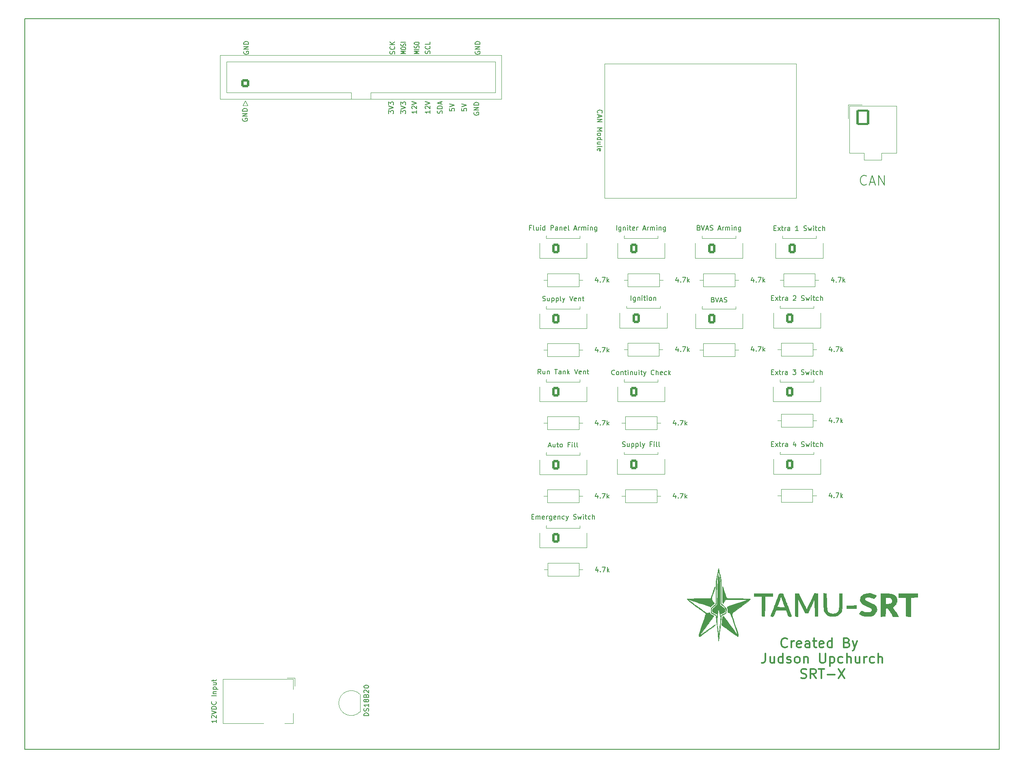
<source format=gto>
%TF.GenerationSoftware,KiCad,Pcbnew,(6.0.8)*%
%TF.CreationDate,2022-12-20T11:47:50-06:00*%
%TF.ProjectId,Control Box,436f6e74-726f-46c2-9042-6f782e6b6963,rev?*%
%TF.SameCoordinates,Original*%
%TF.FileFunction,Legend,Top*%
%TF.FilePolarity,Positive*%
%FSLAX46Y46*%
G04 Gerber Fmt 4.6, Leading zero omitted, Abs format (unit mm)*
G04 Created by KiCad (PCBNEW (6.0.8)) date 2022-12-20 11:47:50*
%MOMM*%
%LPD*%
G01*
G04 APERTURE LIST*
G04 Aperture macros list*
%AMRoundRect*
0 Rectangle with rounded corners*
0 $1 Rounding radius*
0 $2 $3 $4 $5 $6 $7 $8 $9 X,Y pos of 4 corners*
0 Add a 4 corners polygon primitive as box body*
4,1,4,$2,$3,$4,$5,$6,$7,$8,$9,$2,$3,0*
0 Add four circle primitives for the rounded corners*
1,1,$1+$1,$2,$3*
1,1,$1+$1,$4,$5*
1,1,$1+$1,$6,$7*
1,1,$1+$1,$8,$9*
0 Add four rect primitives between the rounded corners*
20,1,$1+$1,$2,$3,$4,$5,0*
20,1,$1+$1,$4,$5,$6,$7,0*
20,1,$1+$1,$6,$7,$8,$9,0*
20,1,$1+$1,$8,$9,$2,$3,0*%
G04 Aperture macros list end*
%ADD10C,0.200000*%
%ADD11C,0.187500*%
%ADD12C,0.150000*%
%ADD13C,0.300000*%
%ADD14C,0.120000*%
%ADD15C,0.010000*%
%ADD16C,1.600000*%
%ADD17O,1.600000X1.600000*%
%ADD18C,1.270000*%
%ADD19RoundRect,0.250001X-0.499999X-0.759999X0.499999X-0.759999X0.499999X0.759999X-0.499999X0.759999X0*%
%ADD20O,1.500000X2.020000*%
%ADD21R,1.500000X1.050000*%
%ADD22O,1.500000X1.050000*%
%ADD23R,1.800000X4.400000*%
%ADD24O,1.800000X4.000000*%
%ADD25O,4.000000X1.800000*%
%ADD26RoundRect,0.250001X-1.099999X-1.399999X1.099999X-1.399999X1.099999X1.399999X-1.099999X1.399999X0*%
%ADD27O,2.700000X3.300000*%
%ADD28RoundRect,0.250000X0.600000X-0.600000X0.600000X0.600000X-0.600000X0.600000X-0.600000X-0.600000X0*%
%ADD29C,1.700000*%
%ADD30C,1.727200*%
%ADD31C,3.200000*%
%ADD32O,1.727200X1.727200*%
G04 APERTURE END LIST*
D10*
X121054761Y-32964285D02*
X121102380Y-32821428D01*
X121102380Y-32583333D01*
X121054761Y-32488095D01*
X121007142Y-32440476D01*
X120911904Y-32392857D01*
X120816666Y-32392857D01*
X120721428Y-32440476D01*
X120673809Y-32488095D01*
X120626190Y-32583333D01*
X120578571Y-32773809D01*
X120530952Y-32869047D01*
X120483333Y-32916666D01*
X120388095Y-32964285D01*
X120292857Y-32964285D01*
X120197619Y-32916666D01*
X120150000Y-32869047D01*
X120102380Y-32773809D01*
X120102380Y-32535714D01*
X120150000Y-32392857D01*
X121102380Y-31964285D02*
X120102380Y-31964285D01*
X120102380Y-31726190D01*
X120150000Y-31583333D01*
X120245238Y-31488095D01*
X120340476Y-31440476D01*
X120530952Y-31392857D01*
X120673809Y-31392857D01*
X120864285Y-31440476D01*
X120959523Y-31488095D01*
X121054761Y-31583333D01*
X121102380Y-31726190D01*
X121102380Y-31964285D01*
X120816666Y-31011904D02*
X120816666Y-30535714D01*
X121102380Y-31107142D02*
X120102380Y-30773809D01*
X121102380Y-30440476D01*
X118514761Y-20494476D02*
X118562380Y-20351619D01*
X118562380Y-20113523D01*
X118514761Y-20018285D01*
X118467142Y-19970666D01*
X118371904Y-19923047D01*
X118276666Y-19923047D01*
X118181428Y-19970666D01*
X118133809Y-20018285D01*
X118086190Y-20113523D01*
X118038571Y-20304000D01*
X117990952Y-20399238D01*
X117943333Y-20446857D01*
X117848095Y-20494476D01*
X117752857Y-20494476D01*
X117657619Y-20446857D01*
X117610000Y-20399238D01*
X117562380Y-20304000D01*
X117562380Y-20065904D01*
X117610000Y-19923047D01*
X118467142Y-18923047D02*
X118514761Y-18970666D01*
X118562380Y-19113523D01*
X118562380Y-19208761D01*
X118514761Y-19351619D01*
X118419523Y-19446857D01*
X118324285Y-19494476D01*
X118133809Y-19542095D01*
X117990952Y-19542095D01*
X117800476Y-19494476D01*
X117705238Y-19446857D01*
X117610000Y-19351619D01*
X117562380Y-19208761D01*
X117562380Y-19113523D01*
X117610000Y-18970666D01*
X117657619Y-18923047D01*
X118562380Y-18018285D02*
X118562380Y-18494476D01*
X117562380Y-18494476D01*
D11*
X116276380Y-20482571D02*
X115276380Y-20482571D01*
X115990666Y-20232571D01*
X115276380Y-19982571D01*
X116276380Y-19982571D01*
X116276380Y-19625428D02*
X115276380Y-19625428D01*
X116228761Y-19304000D02*
X116276380Y-19196857D01*
X116276380Y-19018285D01*
X116228761Y-18946857D01*
X116181142Y-18911142D01*
X116085904Y-18875428D01*
X115990666Y-18875428D01*
X115895428Y-18911142D01*
X115847809Y-18946857D01*
X115800190Y-19018285D01*
X115752571Y-19161142D01*
X115704952Y-19232571D01*
X115657333Y-19268285D01*
X115562095Y-19304000D01*
X115466857Y-19304000D01*
X115371619Y-19268285D01*
X115324000Y-19232571D01*
X115276380Y-19161142D01*
X115276380Y-18982571D01*
X115324000Y-18875428D01*
X115276380Y-18411142D02*
X115276380Y-18268285D01*
X115324000Y-18196857D01*
X115419238Y-18125428D01*
X115609714Y-18089714D01*
X115943047Y-18089714D01*
X116133523Y-18125428D01*
X116228761Y-18196857D01*
X116276380Y-18268285D01*
X116276380Y-18411142D01*
X116228761Y-18482571D01*
X116133523Y-18554000D01*
X115943047Y-18589714D01*
X115609714Y-18589714D01*
X115419238Y-18554000D01*
X115324000Y-18482571D01*
X115276380Y-18411142D01*
X113482380Y-20482571D02*
X112482380Y-20482571D01*
X113196666Y-20232571D01*
X112482380Y-19982571D01*
X113482380Y-19982571D01*
X112482380Y-19482571D02*
X112482380Y-19339714D01*
X112530000Y-19268285D01*
X112625238Y-19196857D01*
X112815714Y-19161142D01*
X113149047Y-19161142D01*
X113339523Y-19196857D01*
X113434761Y-19268285D01*
X113482380Y-19339714D01*
X113482380Y-19482571D01*
X113434761Y-19554000D01*
X113339523Y-19625428D01*
X113149047Y-19661142D01*
X112815714Y-19661142D01*
X112625238Y-19625428D01*
X112530000Y-19554000D01*
X112482380Y-19482571D01*
X113434761Y-18875428D02*
X113482380Y-18768285D01*
X113482380Y-18589714D01*
X113434761Y-18518285D01*
X113387142Y-18482571D01*
X113291904Y-18446857D01*
X113196666Y-18446857D01*
X113101428Y-18482571D01*
X113053809Y-18518285D01*
X113006190Y-18589714D01*
X112958571Y-18732571D01*
X112910952Y-18804000D01*
X112863333Y-18839714D01*
X112768095Y-18875428D01*
X112672857Y-18875428D01*
X112577619Y-18839714D01*
X112530000Y-18804000D01*
X112482380Y-18732571D01*
X112482380Y-18554000D01*
X112530000Y-18446857D01*
X113482380Y-18125428D02*
X112482380Y-18125428D01*
D10*
X111148761Y-20589714D02*
X111196380Y-20446857D01*
X111196380Y-20208761D01*
X111148761Y-20113523D01*
X111101142Y-20065904D01*
X111005904Y-20018285D01*
X110910666Y-20018285D01*
X110815428Y-20065904D01*
X110767809Y-20113523D01*
X110720190Y-20208761D01*
X110672571Y-20399238D01*
X110624952Y-20494476D01*
X110577333Y-20542095D01*
X110482095Y-20589714D01*
X110386857Y-20589714D01*
X110291619Y-20542095D01*
X110244000Y-20494476D01*
X110196380Y-20399238D01*
X110196380Y-20161142D01*
X110244000Y-20018285D01*
X111101142Y-19018285D02*
X111148761Y-19065904D01*
X111196380Y-19208761D01*
X111196380Y-19304000D01*
X111148761Y-19446857D01*
X111053523Y-19542095D01*
X110958285Y-19589714D01*
X110767809Y-19637333D01*
X110624952Y-19637333D01*
X110434476Y-19589714D01*
X110339238Y-19542095D01*
X110244000Y-19446857D01*
X110196380Y-19304000D01*
X110196380Y-19208761D01*
X110244000Y-19065904D01*
X110291619Y-19018285D01*
X111196380Y-18589714D02*
X110196380Y-18589714D01*
X111196380Y-18018285D02*
X110624952Y-18446857D01*
X110196380Y-18018285D02*
X110767809Y-18589714D01*
X112482380Y-32988095D02*
X112482380Y-32369047D01*
X112863333Y-32702380D01*
X112863333Y-32559523D01*
X112910952Y-32464285D01*
X112958571Y-32416666D01*
X113053809Y-32369047D01*
X113291904Y-32369047D01*
X113387142Y-32416666D01*
X113434761Y-32464285D01*
X113482380Y-32559523D01*
X113482380Y-32845238D01*
X113434761Y-32940476D01*
X113387142Y-32988095D01*
X112482380Y-32083333D02*
X113482380Y-31750000D01*
X112482380Y-31416666D01*
X112482380Y-31178571D02*
X112482380Y-30559523D01*
X112863333Y-30892857D01*
X112863333Y-30750000D01*
X112910952Y-30654761D01*
X112958571Y-30607142D01*
X113053809Y-30559523D01*
X113291904Y-30559523D01*
X113387142Y-30607142D01*
X113434761Y-30654761D01*
X113482380Y-30750000D01*
X113482380Y-31035714D01*
X113434761Y-31130952D01*
X113387142Y-31178571D01*
X109942380Y-32988095D02*
X109942380Y-32369047D01*
X110323333Y-32702380D01*
X110323333Y-32559523D01*
X110370952Y-32464285D01*
X110418571Y-32416666D01*
X110513809Y-32369047D01*
X110751904Y-32369047D01*
X110847142Y-32416666D01*
X110894761Y-32464285D01*
X110942380Y-32559523D01*
X110942380Y-32845238D01*
X110894761Y-32940476D01*
X110847142Y-32988095D01*
X109942380Y-32083333D02*
X110942380Y-31750000D01*
X109942380Y-31416666D01*
X109942380Y-31178571D02*
X109942380Y-30559523D01*
X110323333Y-30892857D01*
X110323333Y-30750000D01*
X110370952Y-30654761D01*
X110418571Y-30607142D01*
X110513809Y-30559523D01*
X110751904Y-30559523D01*
X110847142Y-30607142D01*
X110894761Y-30654761D01*
X110942380Y-30750000D01*
X110942380Y-31035714D01*
X110894761Y-31130952D01*
X110847142Y-31178571D01*
X128024000Y-20065904D02*
X127976380Y-20161142D01*
X127976380Y-20304000D01*
X128024000Y-20446857D01*
X128119238Y-20542095D01*
X128214476Y-20589714D01*
X128404952Y-20637333D01*
X128547809Y-20637333D01*
X128738285Y-20589714D01*
X128833523Y-20542095D01*
X128928761Y-20446857D01*
X128976380Y-20304000D01*
X128976380Y-20208761D01*
X128928761Y-20065904D01*
X128881142Y-20018285D01*
X128547809Y-20018285D01*
X128547809Y-20208761D01*
X128976380Y-19589714D02*
X127976380Y-19589714D01*
X128976380Y-19018285D01*
X127976380Y-19018285D01*
X128976380Y-18542095D02*
X127976380Y-18542095D01*
X127976380Y-18304000D01*
X128024000Y-18161142D01*
X128119238Y-18065904D01*
X128214476Y-18018285D01*
X128404952Y-17970666D01*
X128547809Y-17970666D01*
X128738285Y-18018285D01*
X128833523Y-18065904D01*
X128928761Y-18161142D01*
X128976380Y-18304000D01*
X128976380Y-18542095D01*
X127770000Y-32765904D02*
X127722380Y-32861142D01*
X127722380Y-33004000D01*
X127770000Y-33146857D01*
X127865238Y-33242095D01*
X127960476Y-33289714D01*
X128150952Y-33337333D01*
X128293809Y-33337333D01*
X128484285Y-33289714D01*
X128579523Y-33242095D01*
X128674761Y-33146857D01*
X128722380Y-33004000D01*
X128722380Y-32908761D01*
X128674761Y-32765904D01*
X128627142Y-32718285D01*
X128293809Y-32718285D01*
X128293809Y-32908761D01*
X128722380Y-32289714D02*
X127722380Y-32289714D01*
X128722380Y-31718285D01*
X127722380Y-31718285D01*
X128722380Y-31242095D02*
X127722380Y-31242095D01*
X127722380Y-31004000D01*
X127770000Y-30861142D01*
X127865238Y-30765904D01*
X127960476Y-30718285D01*
X128150952Y-30670666D01*
X128293809Y-30670666D01*
X128484285Y-30718285D01*
X128579523Y-30765904D01*
X128674761Y-30861142D01*
X128722380Y-31004000D01*
X128722380Y-31242095D01*
X125182380Y-31940476D02*
X125182380Y-32416666D01*
X125658571Y-32464285D01*
X125610952Y-32416666D01*
X125563333Y-32321428D01*
X125563333Y-32083333D01*
X125610952Y-31988095D01*
X125658571Y-31940476D01*
X125753809Y-31892857D01*
X125991904Y-31892857D01*
X126087142Y-31940476D01*
X126134761Y-31988095D01*
X126182380Y-32083333D01*
X126182380Y-32321428D01*
X126134761Y-32416666D01*
X126087142Y-32464285D01*
X125182380Y-31607142D02*
X126182380Y-31273809D01*
X125182380Y-30940476D01*
X122642380Y-31940476D02*
X122642380Y-32416666D01*
X123118571Y-32464285D01*
X123070952Y-32416666D01*
X123023333Y-32321428D01*
X123023333Y-32083333D01*
X123070952Y-31988095D01*
X123118571Y-31940476D01*
X123213809Y-31892857D01*
X123451904Y-31892857D01*
X123547142Y-31940476D01*
X123594761Y-31988095D01*
X123642380Y-32083333D01*
X123642380Y-32321428D01*
X123594761Y-32416666D01*
X123547142Y-32464285D01*
X122642380Y-31607142D02*
X123642380Y-31273809D01*
X122642380Y-30940476D01*
X115768380Y-32369047D02*
X115768380Y-32940476D01*
X115768380Y-32654761D02*
X114768380Y-32654761D01*
X114911238Y-32750000D01*
X115006476Y-32845238D01*
X115054095Y-32940476D01*
X114863619Y-31988095D02*
X114816000Y-31940476D01*
X114768380Y-31845238D01*
X114768380Y-31607142D01*
X114816000Y-31511904D01*
X114863619Y-31464285D01*
X114958857Y-31416666D01*
X115054095Y-31416666D01*
X115196952Y-31464285D01*
X115768380Y-32035714D01*
X115768380Y-31416666D01*
X114768380Y-31130952D02*
X115768380Y-30797619D01*
X114768380Y-30464285D01*
X118562380Y-32369047D02*
X118562380Y-32940476D01*
X118562380Y-32654761D02*
X117562380Y-32654761D01*
X117705238Y-32750000D01*
X117800476Y-32845238D01*
X117848095Y-32940476D01*
X117657619Y-31988095D02*
X117610000Y-31940476D01*
X117562380Y-31845238D01*
X117562380Y-31607142D01*
X117610000Y-31511904D01*
X117657619Y-31464285D01*
X117752857Y-31416666D01*
X117848095Y-31416666D01*
X117990952Y-31464285D01*
X118562380Y-32035714D01*
X118562380Y-31416666D01*
X117562380Y-31130952D02*
X118562380Y-30797619D01*
X117562380Y-30464285D01*
X79764000Y-20065904D02*
X79716380Y-20161142D01*
X79716380Y-20304000D01*
X79764000Y-20446857D01*
X79859238Y-20542095D01*
X79954476Y-20589714D01*
X80144952Y-20637333D01*
X80287809Y-20637333D01*
X80478285Y-20589714D01*
X80573523Y-20542095D01*
X80668761Y-20446857D01*
X80716380Y-20304000D01*
X80716380Y-20208761D01*
X80668761Y-20065904D01*
X80621142Y-20018285D01*
X80287809Y-20018285D01*
X80287809Y-20208761D01*
X80716380Y-19589714D02*
X79716380Y-19589714D01*
X80716380Y-19018285D01*
X79716380Y-19018285D01*
X80716380Y-18542095D02*
X79716380Y-18542095D01*
X79716380Y-18304000D01*
X79764000Y-18161142D01*
X79859238Y-18065904D01*
X79954476Y-18018285D01*
X80144952Y-17970666D01*
X80287809Y-17970666D01*
X80478285Y-18018285D01*
X80573523Y-18065904D01*
X80668761Y-18161142D01*
X80716380Y-18304000D01*
X80716380Y-18542095D01*
X79510000Y-34035904D02*
X79462380Y-34131142D01*
X79462380Y-34274000D01*
X79510000Y-34416857D01*
X79605238Y-34512095D01*
X79700476Y-34559714D01*
X79890952Y-34607333D01*
X80033809Y-34607333D01*
X80224285Y-34559714D01*
X80319523Y-34512095D01*
X80414761Y-34416857D01*
X80462380Y-34274000D01*
X80462380Y-34178761D01*
X80414761Y-34035904D01*
X80367142Y-33988285D01*
X80033809Y-33988285D01*
X80033809Y-34178761D01*
X80462380Y-33559714D02*
X79462380Y-33559714D01*
X80462380Y-32988285D01*
X79462380Y-32988285D01*
X80462380Y-32512095D02*
X79462380Y-32512095D01*
X79462380Y-32274000D01*
X79510000Y-32131142D01*
X79605238Y-32035904D01*
X79700476Y-31988285D01*
X79890952Y-31940666D01*
X80033809Y-31940666D01*
X80224285Y-31988285D01*
X80319523Y-32035904D01*
X80414761Y-32131142D01*
X80462380Y-32274000D01*
X80462380Y-32512095D01*
D12*
X34036000Y-13208000D02*
X237236000Y-13208000D01*
X237236000Y-13208000D02*
X237236000Y-165608000D01*
X237236000Y-165608000D02*
X34036000Y-165608000D01*
X34036000Y-165608000D02*
X34036000Y-13208000D01*
D13*
X193025047Y-144179285D02*
X192929809Y-144274523D01*
X192644095Y-144369761D01*
X192453619Y-144369761D01*
X192167904Y-144274523D01*
X191977428Y-144084047D01*
X191882190Y-143893571D01*
X191786952Y-143512619D01*
X191786952Y-143226904D01*
X191882190Y-142845952D01*
X191977428Y-142655476D01*
X192167904Y-142465000D01*
X192453619Y-142369761D01*
X192644095Y-142369761D01*
X192929809Y-142465000D01*
X193025047Y-142560238D01*
X193882190Y-144369761D02*
X193882190Y-143036428D01*
X193882190Y-143417380D02*
X193977428Y-143226904D01*
X194072666Y-143131666D01*
X194263142Y-143036428D01*
X194453619Y-143036428D01*
X195882190Y-144274523D02*
X195691714Y-144369761D01*
X195310761Y-144369761D01*
X195120285Y-144274523D01*
X195025047Y-144084047D01*
X195025047Y-143322142D01*
X195120285Y-143131666D01*
X195310761Y-143036428D01*
X195691714Y-143036428D01*
X195882190Y-143131666D01*
X195977428Y-143322142D01*
X195977428Y-143512619D01*
X195025047Y-143703095D01*
X197691714Y-144369761D02*
X197691714Y-143322142D01*
X197596476Y-143131666D01*
X197406000Y-143036428D01*
X197025047Y-143036428D01*
X196834571Y-143131666D01*
X197691714Y-144274523D02*
X197501238Y-144369761D01*
X197025047Y-144369761D01*
X196834571Y-144274523D01*
X196739333Y-144084047D01*
X196739333Y-143893571D01*
X196834571Y-143703095D01*
X197025047Y-143607857D01*
X197501238Y-143607857D01*
X197691714Y-143512619D01*
X198358380Y-143036428D02*
X199120285Y-143036428D01*
X198644095Y-142369761D02*
X198644095Y-144084047D01*
X198739333Y-144274523D01*
X198929809Y-144369761D01*
X199120285Y-144369761D01*
X200548857Y-144274523D02*
X200358380Y-144369761D01*
X199977428Y-144369761D01*
X199786952Y-144274523D01*
X199691714Y-144084047D01*
X199691714Y-143322142D01*
X199786952Y-143131666D01*
X199977428Y-143036428D01*
X200358380Y-143036428D01*
X200548857Y-143131666D01*
X200644095Y-143322142D01*
X200644095Y-143512619D01*
X199691714Y-143703095D01*
X202358380Y-144369761D02*
X202358380Y-142369761D01*
X202358380Y-144274523D02*
X202167904Y-144369761D01*
X201786952Y-144369761D01*
X201596476Y-144274523D01*
X201501238Y-144179285D01*
X201406000Y-143988809D01*
X201406000Y-143417380D01*
X201501238Y-143226904D01*
X201596476Y-143131666D01*
X201786952Y-143036428D01*
X202167904Y-143036428D01*
X202358380Y-143131666D01*
X205501238Y-143322142D02*
X205786952Y-143417380D01*
X205882190Y-143512619D01*
X205977428Y-143703095D01*
X205977428Y-143988809D01*
X205882190Y-144179285D01*
X205786952Y-144274523D01*
X205596476Y-144369761D01*
X204834571Y-144369761D01*
X204834571Y-142369761D01*
X205501238Y-142369761D01*
X205691714Y-142465000D01*
X205786952Y-142560238D01*
X205882190Y-142750714D01*
X205882190Y-142941190D01*
X205786952Y-143131666D01*
X205691714Y-143226904D01*
X205501238Y-143322142D01*
X204834571Y-143322142D01*
X206644095Y-143036428D02*
X207120285Y-144369761D01*
X207596476Y-143036428D02*
X207120285Y-144369761D01*
X206929809Y-144845952D01*
X206834571Y-144941190D01*
X206644095Y-145036428D01*
X188501238Y-145589761D02*
X188501238Y-147018333D01*
X188406000Y-147304047D01*
X188215523Y-147494523D01*
X187929809Y-147589761D01*
X187739333Y-147589761D01*
X190310761Y-146256428D02*
X190310761Y-147589761D01*
X189453619Y-146256428D02*
X189453619Y-147304047D01*
X189548857Y-147494523D01*
X189739333Y-147589761D01*
X190025047Y-147589761D01*
X190215523Y-147494523D01*
X190310761Y-147399285D01*
X192120285Y-147589761D02*
X192120285Y-145589761D01*
X192120285Y-147494523D02*
X191929809Y-147589761D01*
X191548857Y-147589761D01*
X191358380Y-147494523D01*
X191263142Y-147399285D01*
X191167904Y-147208809D01*
X191167904Y-146637380D01*
X191263142Y-146446904D01*
X191358380Y-146351666D01*
X191548857Y-146256428D01*
X191929809Y-146256428D01*
X192120285Y-146351666D01*
X192977428Y-147494523D02*
X193167904Y-147589761D01*
X193548857Y-147589761D01*
X193739333Y-147494523D01*
X193834571Y-147304047D01*
X193834571Y-147208809D01*
X193739333Y-147018333D01*
X193548857Y-146923095D01*
X193263142Y-146923095D01*
X193072666Y-146827857D01*
X192977428Y-146637380D01*
X192977428Y-146542142D01*
X193072666Y-146351666D01*
X193263142Y-146256428D01*
X193548857Y-146256428D01*
X193739333Y-146351666D01*
X194977428Y-147589761D02*
X194786952Y-147494523D01*
X194691714Y-147399285D01*
X194596476Y-147208809D01*
X194596476Y-146637380D01*
X194691714Y-146446904D01*
X194786952Y-146351666D01*
X194977428Y-146256428D01*
X195263142Y-146256428D01*
X195453619Y-146351666D01*
X195548857Y-146446904D01*
X195644095Y-146637380D01*
X195644095Y-147208809D01*
X195548857Y-147399285D01*
X195453619Y-147494523D01*
X195263142Y-147589761D01*
X194977428Y-147589761D01*
X196501238Y-146256428D02*
X196501238Y-147589761D01*
X196501238Y-146446904D02*
X196596476Y-146351666D01*
X196786952Y-146256428D01*
X197072666Y-146256428D01*
X197263142Y-146351666D01*
X197358380Y-146542142D01*
X197358380Y-147589761D01*
X199834571Y-145589761D02*
X199834571Y-147208809D01*
X199929809Y-147399285D01*
X200025047Y-147494523D01*
X200215523Y-147589761D01*
X200596476Y-147589761D01*
X200786952Y-147494523D01*
X200882190Y-147399285D01*
X200977428Y-147208809D01*
X200977428Y-145589761D01*
X201929809Y-146256428D02*
X201929809Y-148256428D01*
X201929809Y-146351666D02*
X202120285Y-146256428D01*
X202501238Y-146256428D01*
X202691714Y-146351666D01*
X202786952Y-146446904D01*
X202882190Y-146637380D01*
X202882190Y-147208809D01*
X202786952Y-147399285D01*
X202691714Y-147494523D01*
X202501238Y-147589761D01*
X202120285Y-147589761D01*
X201929809Y-147494523D01*
X204596476Y-147494523D02*
X204406000Y-147589761D01*
X204025047Y-147589761D01*
X203834571Y-147494523D01*
X203739333Y-147399285D01*
X203644095Y-147208809D01*
X203644095Y-146637380D01*
X203739333Y-146446904D01*
X203834571Y-146351666D01*
X204025047Y-146256428D01*
X204406000Y-146256428D01*
X204596476Y-146351666D01*
X205453619Y-147589761D02*
X205453619Y-145589761D01*
X206310761Y-147589761D02*
X206310761Y-146542142D01*
X206215523Y-146351666D01*
X206025047Y-146256428D01*
X205739333Y-146256428D01*
X205548857Y-146351666D01*
X205453619Y-146446904D01*
X208120285Y-146256428D02*
X208120285Y-147589761D01*
X207263142Y-146256428D02*
X207263142Y-147304047D01*
X207358380Y-147494523D01*
X207548857Y-147589761D01*
X207834571Y-147589761D01*
X208025047Y-147494523D01*
X208120285Y-147399285D01*
X209072666Y-147589761D02*
X209072666Y-146256428D01*
X209072666Y-146637380D02*
X209167904Y-146446904D01*
X209263142Y-146351666D01*
X209453619Y-146256428D01*
X209644095Y-146256428D01*
X211167904Y-147494523D02*
X210977428Y-147589761D01*
X210596476Y-147589761D01*
X210406000Y-147494523D01*
X210310761Y-147399285D01*
X210215523Y-147208809D01*
X210215523Y-146637380D01*
X210310761Y-146446904D01*
X210406000Y-146351666D01*
X210596476Y-146256428D01*
X210977428Y-146256428D01*
X211167904Y-146351666D01*
X212025047Y-147589761D02*
X212025047Y-145589761D01*
X212882190Y-147589761D02*
X212882190Y-146542142D01*
X212786952Y-146351666D01*
X212596476Y-146256428D01*
X212310761Y-146256428D01*
X212120285Y-146351666D01*
X212025047Y-146446904D01*
X195882190Y-150714523D02*
X196167904Y-150809761D01*
X196644095Y-150809761D01*
X196834571Y-150714523D01*
X196929809Y-150619285D01*
X197025047Y-150428809D01*
X197025047Y-150238333D01*
X196929809Y-150047857D01*
X196834571Y-149952619D01*
X196644095Y-149857380D01*
X196263142Y-149762142D01*
X196072666Y-149666904D01*
X195977428Y-149571666D01*
X195882190Y-149381190D01*
X195882190Y-149190714D01*
X195977428Y-149000238D01*
X196072666Y-148905000D01*
X196263142Y-148809761D01*
X196739333Y-148809761D01*
X197025047Y-148905000D01*
X199025047Y-150809761D02*
X198358380Y-149857380D01*
X197882190Y-150809761D02*
X197882190Y-148809761D01*
X198644095Y-148809761D01*
X198834571Y-148905000D01*
X198929809Y-149000238D01*
X199025047Y-149190714D01*
X199025047Y-149476428D01*
X198929809Y-149666904D01*
X198834571Y-149762142D01*
X198644095Y-149857380D01*
X197882190Y-149857380D01*
X199596476Y-148809761D02*
X200739333Y-148809761D01*
X200167904Y-150809761D02*
X200167904Y-148809761D01*
X201406000Y-150047857D02*
X202929809Y-150047857D01*
X203691714Y-148809761D02*
X205025047Y-150809761D01*
X205025047Y-148809761D02*
X203691714Y-150809761D01*
D12*
X209534285Y-47704285D02*
X209439047Y-47799523D01*
X209153333Y-47894761D01*
X208962857Y-47894761D01*
X208677142Y-47799523D01*
X208486666Y-47609047D01*
X208391428Y-47418571D01*
X208296190Y-47037619D01*
X208296190Y-46751904D01*
X208391428Y-46370952D01*
X208486666Y-46180476D01*
X208677142Y-45990000D01*
X208962857Y-45894761D01*
X209153333Y-45894761D01*
X209439047Y-45990000D01*
X209534285Y-46085238D01*
X210296190Y-47323333D02*
X211248571Y-47323333D01*
X210105714Y-47894761D02*
X210772380Y-45894761D01*
X211439047Y-47894761D01*
X212105714Y-47894761D02*
X212105714Y-45894761D01*
X213248571Y-47894761D01*
X213248571Y-45894761D01*
%TO.C,R15*%
X170267428Y-67510714D02*
X170267428Y-68177380D01*
X170029333Y-67129761D02*
X169791238Y-67844047D01*
X170410285Y-67844047D01*
X170791238Y-68082142D02*
X170838857Y-68129761D01*
X170791238Y-68177380D01*
X170743619Y-68129761D01*
X170791238Y-68082142D01*
X170791238Y-68177380D01*
X171172190Y-67177380D02*
X171838857Y-67177380D01*
X171410285Y-68177380D01*
X172219809Y-68177380D02*
X172219809Y-67177380D01*
X172315047Y-67796428D02*
X172600761Y-68177380D01*
X172600761Y-67510714D02*
X172219809Y-67891666D01*
%TO.C,R14*%
X186015428Y-67510714D02*
X186015428Y-68177380D01*
X185777333Y-67129761D02*
X185539238Y-67844047D01*
X186158285Y-67844047D01*
X186539238Y-68082142D02*
X186586857Y-68129761D01*
X186539238Y-68177380D01*
X186491619Y-68129761D01*
X186539238Y-68082142D01*
X186539238Y-68177380D01*
X186920190Y-67177380D02*
X187586857Y-67177380D01*
X187158285Y-68177380D01*
X187967809Y-68177380D02*
X187967809Y-67177380D01*
X188063047Y-67796428D02*
X188348761Y-68177380D01*
X188348761Y-67510714D02*
X187967809Y-67891666D01*
%TO.C,R13*%
X153503428Y-67510714D02*
X153503428Y-68177380D01*
X153265333Y-67129761D02*
X153027238Y-67844047D01*
X153646285Y-67844047D01*
X154027238Y-68082142D02*
X154074857Y-68129761D01*
X154027238Y-68177380D01*
X153979619Y-68129761D01*
X154027238Y-68082142D01*
X154027238Y-68177380D01*
X154408190Y-67177380D02*
X155074857Y-67177380D01*
X154646285Y-68177380D01*
X155455809Y-68177380D02*
X155455809Y-67177380D01*
X155551047Y-67796428D02*
X155836761Y-68177380D01*
X155836761Y-67510714D02*
X155455809Y-67891666D01*
%TO.C,R2*%
X169759428Y-112561714D02*
X169759428Y-113228380D01*
X169521333Y-112180761D02*
X169283238Y-112895047D01*
X169902285Y-112895047D01*
X170283238Y-113133142D02*
X170330857Y-113180761D01*
X170283238Y-113228380D01*
X170235619Y-113180761D01*
X170283238Y-113133142D01*
X170283238Y-113228380D01*
X170664190Y-112228380D02*
X171330857Y-112228380D01*
X170902285Y-113228380D01*
X171711809Y-113228380D02*
X171711809Y-112228380D01*
X171807047Y-112847428D02*
X172092761Y-113228380D01*
X172092761Y-112561714D02*
X171711809Y-112942666D01*
%TO.C,SW5*%
X158678857Y-102419761D02*
X158821714Y-102467380D01*
X159059809Y-102467380D01*
X159155047Y-102419761D01*
X159202666Y-102372142D01*
X159250285Y-102276904D01*
X159250285Y-102181666D01*
X159202666Y-102086428D01*
X159155047Y-102038809D01*
X159059809Y-101991190D01*
X158869333Y-101943571D01*
X158774095Y-101895952D01*
X158726476Y-101848333D01*
X158678857Y-101753095D01*
X158678857Y-101657857D01*
X158726476Y-101562619D01*
X158774095Y-101515000D01*
X158869333Y-101467380D01*
X159107428Y-101467380D01*
X159250285Y-101515000D01*
X160107428Y-101800714D02*
X160107428Y-102467380D01*
X159678857Y-101800714D02*
X159678857Y-102324523D01*
X159726476Y-102419761D01*
X159821714Y-102467380D01*
X159964571Y-102467380D01*
X160059809Y-102419761D01*
X160107428Y-102372142D01*
X160583619Y-101800714D02*
X160583619Y-102800714D01*
X160583619Y-101848333D02*
X160678857Y-101800714D01*
X160869333Y-101800714D01*
X160964571Y-101848333D01*
X161012190Y-101895952D01*
X161059809Y-101991190D01*
X161059809Y-102276904D01*
X161012190Y-102372142D01*
X160964571Y-102419761D01*
X160869333Y-102467380D01*
X160678857Y-102467380D01*
X160583619Y-102419761D01*
X161488380Y-101800714D02*
X161488380Y-102800714D01*
X161488380Y-101848333D02*
X161583619Y-101800714D01*
X161774095Y-101800714D01*
X161869333Y-101848333D01*
X161916952Y-101895952D01*
X161964571Y-101991190D01*
X161964571Y-102276904D01*
X161916952Y-102372142D01*
X161869333Y-102419761D01*
X161774095Y-102467380D01*
X161583619Y-102467380D01*
X161488380Y-102419761D01*
X162536000Y-102467380D02*
X162440761Y-102419761D01*
X162393142Y-102324523D01*
X162393142Y-101467380D01*
X162821714Y-101800714D02*
X163059809Y-102467380D01*
X163297904Y-101800714D02*
X163059809Y-102467380D01*
X162964571Y-102705476D01*
X162916952Y-102753095D01*
X162821714Y-102800714D01*
X164774095Y-101943571D02*
X164440761Y-101943571D01*
X164440761Y-102467380D02*
X164440761Y-101467380D01*
X164916952Y-101467380D01*
X165297904Y-102467380D02*
X165297904Y-101800714D01*
X165297904Y-101467380D02*
X165250285Y-101515000D01*
X165297904Y-101562619D01*
X165345523Y-101515000D01*
X165297904Y-101467380D01*
X165297904Y-101562619D01*
X165916952Y-102467380D02*
X165821714Y-102419761D01*
X165774095Y-102324523D01*
X165774095Y-101467380D01*
X166440761Y-102467380D02*
X166345523Y-102419761D01*
X166297904Y-102324523D01*
X166297904Y-101467380D01*
%TO.C,SW4*%
X142042095Y-72032761D02*
X142184952Y-72080380D01*
X142423047Y-72080380D01*
X142518285Y-72032761D01*
X142565904Y-71985142D01*
X142613523Y-71889904D01*
X142613523Y-71794666D01*
X142565904Y-71699428D01*
X142518285Y-71651809D01*
X142423047Y-71604190D01*
X142232571Y-71556571D01*
X142137333Y-71508952D01*
X142089714Y-71461333D01*
X142042095Y-71366095D01*
X142042095Y-71270857D01*
X142089714Y-71175619D01*
X142137333Y-71128000D01*
X142232571Y-71080380D01*
X142470666Y-71080380D01*
X142613523Y-71128000D01*
X143470666Y-71413714D02*
X143470666Y-72080380D01*
X143042095Y-71413714D02*
X143042095Y-71937523D01*
X143089714Y-72032761D01*
X143184952Y-72080380D01*
X143327809Y-72080380D01*
X143423047Y-72032761D01*
X143470666Y-71985142D01*
X143946857Y-71413714D02*
X143946857Y-72413714D01*
X143946857Y-71461333D02*
X144042095Y-71413714D01*
X144232571Y-71413714D01*
X144327809Y-71461333D01*
X144375428Y-71508952D01*
X144423047Y-71604190D01*
X144423047Y-71889904D01*
X144375428Y-71985142D01*
X144327809Y-72032761D01*
X144232571Y-72080380D01*
X144042095Y-72080380D01*
X143946857Y-72032761D01*
X144851619Y-71413714D02*
X144851619Y-72413714D01*
X144851619Y-71461333D02*
X144946857Y-71413714D01*
X145137333Y-71413714D01*
X145232571Y-71461333D01*
X145280190Y-71508952D01*
X145327809Y-71604190D01*
X145327809Y-71889904D01*
X145280190Y-71985142D01*
X145232571Y-72032761D01*
X145137333Y-72080380D01*
X144946857Y-72080380D01*
X144851619Y-72032761D01*
X145899238Y-72080380D02*
X145804000Y-72032761D01*
X145756380Y-71937523D01*
X145756380Y-71080380D01*
X146184952Y-71413714D02*
X146423047Y-72080380D01*
X146661142Y-71413714D02*
X146423047Y-72080380D01*
X146327809Y-72318476D01*
X146280190Y-72366095D01*
X146184952Y-72413714D01*
X147661142Y-71080380D02*
X147994476Y-72080380D01*
X148327809Y-71080380D01*
X149042095Y-72032761D02*
X148946857Y-72080380D01*
X148756380Y-72080380D01*
X148661142Y-72032761D01*
X148613523Y-71937523D01*
X148613523Y-71556571D01*
X148661142Y-71461333D01*
X148756380Y-71413714D01*
X148946857Y-71413714D01*
X149042095Y-71461333D01*
X149089714Y-71556571D01*
X149089714Y-71651809D01*
X148613523Y-71747047D01*
X149518285Y-71413714D02*
X149518285Y-72080380D01*
X149518285Y-71508952D02*
X149565904Y-71461333D01*
X149661142Y-71413714D01*
X149804000Y-71413714D01*
X149899238Y-71461333D01*
X149946857Y-71556571D01*
X149946857Y-72080380D01*
X150280190Y-71413714D02*
X150661142Y-71413714D01*
X150423047Y-71080380D02*
X150423047Y-71937523D01*
X150470666Y-72032761D01*
X150565904Y-72080380D01*
X150661142Y-72080380D01*
%TO.C,R11*%
X202265428Y-96813714D02*
X202265428Y-97480380D01*
X202027333Y-96432761D02*
X201789238Y-97147047D01*
X202408285Y-97147047D01*
X202789238Y-97385142D02*
X202836857Y-97432761D01*
X202789238Y-97480380D01*
X202741619Y-97432761D01*
X202789238Y-97385142D01*
X202789238Y-97480380D01*
X203170190Y-96480380D02*
X203836857Y-96480380D01*
X203408285Y-97480380D01*
X204217809Y-97480380D02*
X204217809Y-96480380D01*
X204313047Y-97099428D02*
X204598761Y-97480380D01*
X204598761Y-96813714D02*
X204217809Y-97194666D01*
%TO.C,R9*%
X202731428Y-67510714D02*
X202731428Y-68177380D01*
X202493333Y-67129761D02*
X202255238Y-67844047D01*
X202874285Y-67844047D01*
X203255238Y-68082142D02*
X203302857Y-68129761D01*
X203255238Y-68177380D01*
X203207619Y-68129761D01*
X203255238Y-68082142D01*
X203255238Y-68177380D01*
X203636190Y-67177380D02*
X204302857Y-67177380D01*
X203874285Y-68177380D01*
X204683809Y-68177380D02*
X204683809Y-67177380D01*
X204779047Y-67796428D02*
X205064761Y-68177380D01*
X205064761Y-67510714D02*
X204683809Y-67891666D01*
%TO.C,U1*%
X105756380Y-158590857D02*
X104756380Y-158590857D01*
X104756380Y-158352761D01*
X104804000Y-158209904D01*
X104899238Y-158114666D01*
X104994476Y-158067047D01*
X105184952Y-158019428D01*
X105327809Y-158019428D01*
X105518285Y-158067047D01*
X105613523Y-158114666D01*
X105708761Y-158209904D01*
X105756380Y-158352761D01*
X105756380Y-158590857D01*
X105708761Y-157638476D02*
X105756380Y-157495619D01*
X105756380Y-157257523D01*
X105708761Y-157162285D01*
X105661142Y-157114666D01*
X105565904Y-157067047D01*
X105470666Y-157067047D01*
X105375428Y-157114666D01*
X105327809Y-157162285D01*
X105280190Y-157257523D01*
X105232571Y-157448000D01*
X105184952Y-157543238D01*
X105137333Y-157590857D01*
X105042095Y-157638476D01*
X104946857Y-157638476D01*
X104851619Y-157590857D01*
X104804000Y-157543238D01*
X104756380Y-157448000D01*
X104756380Y-157209904D01*
X104804000Y-157067047D01*
X105756380Y-156114666D02*
X105756380Y-156686095D01*
X105756380Y-156400380D02*
X104756380Y-156400380D01*
X104899238Y-156495619D01*
X104994476Y-156590857D01*
X105042095Y-156686095D01*
X105184952Y-155543238D02*
X105137333Y-155638476D01*
X105089714Y-155686095D01*
X104994476Y-155733714D01*
X104946857Y-155733714D01*
X104851619Y-155686095D01*
X104804000Y-155638476D01*
X104756380Y-155543238D01*
X104756380Y-155352761D01*
X104804000Y-155257523D01*
X104851619Y-155209904D01*
X104946857Y-155162285D01*
X104994476Y-155162285D01*
X105089714Y-155209904D01*
X105137333Y-155257523D01*
X105184952Y-155352761D01*
X105184952Y-155543238D01*
X105232571Y-155638476D01*
X105280190Y-155686095D01*
X105375428Y-155733714D01*
X105565904Y-155733714D01*
X105661142Y-155686095D01*
X105708761Y-155638476D01*
X105756380Y-155543238D01*
X105756380Y-155352761D01*
X105708761Y-155257523D01*
X105661142Y-155209904D01*
X105565904Y-155162285D01*
X105375428Y-155162285D01*
X105280190Y-155209904D01*
X105232571Y-155257523D01*
X105184952Y-155352761D01*
X105232571Y-154400380D02*
X105280190Y-154257523D01*
X105327809Y-154209904D01*
X105423047Y-154162285D01*
X105565904Y-154162285D01*
X105661142Y-154209904D01*
X105708761Y-154257523D01*
X105756380Y-154352761D01*
X105756380Y-154733714D01*
X104756380Y-154733714D01*
X104756380Y-154400380D01*
X104804000Y-154305142D01*
X104851619Y-154257523D01*
X104946857Y-154209904D01*
X105042095Y-154209904D01*
X105137333Y-154257523D01*
X105184952Y-154305142D01*
X105232571Y-154400380D01*
X105232571Y-154733714D01*
X104851619Y-153781333D02*
X104804000Y-153733714D01*
X104756380Y-153638476D01*
X104756380Y-153400380D01*
X104804000Y-153305142D01*
X104851619Y-153257523D01*
X104946857Y-153209904D01*
X105042095Y-153209904D01*
X105184952Y-153257523D01*
X105756380Y-153828952D01*
X105756380Y-153209904D01*
X104756380Y-152590857D02*
X104756380Y-152495619D01*
X104804000Y-152400380D01*
X104851619Y-152352761D01*
X104946857Y-152305142D01*
X105137333Y-152257523D01*
X105375428Y-152257523D01*
X105565904Y-152305142D01*
X105661142Y-152352761D01*
X105708761Y-152400380D01*
X105756380Y-152495619D01*
X105756380Y-152590857D01*
X105708761Y-152686095D01*
X105661142Y-152733714D01*
X105565904Y-152781333D01*
X105375428Y-152828952D01*
X105137333Y-152828952D01*
X104946857Y-152781333D01*
X104851619Y-152733714D01*
X104804000Y-152686095D01*
X104756380Y-152590857D01*
%TO.C,SW8*%
X177554095Y-71810571D02*
X177696952Y-71858190D01*
X177744571Y-71905809D01*
X177792190Y-72001047D01*
X177792190Y-72143904D01*
X177744571Y-72239142D01*
X177696952Y-72286761D01*
X177601714Y-72334380D01*
X177220761Y-72334380D01*
X177220761Y-71334380D01*
X177554095Y-71334380D01*
X177649333Y-71382000D01*
X177696952Y-71429619D01*
X177744571Y-71524857D01*
X177744571Y-71620095D01*
X177696952Y-71715333D01*
X177649333Y-71762952D01*
X177554095Y-71810571D01*
X177220761Y-71810571D01*
X178077904Y-71334380D02*
X178411238Y-72334380D01*
X178744571Y-71334380D01*
X179030285Y-72048666D02*
X179506476Y-72048666D01*
X178935047Y-72334380D02*
X179268380Y-71334380D01*
X179601714Y-72334380D01*
X179887428Y-72286761D02*
X180030285Y-72334380D01*
X180268380Y-72334380D01*
X180363619Y-72286761D01*
X180411238Y-72239142D01*
X180458857Y-72143904D01*
X180458857Y-72048666D01*
X180411238Y-71953428D01*
X180363619Y-71905809D01*
X180268380Y-71858190D01*
X180077904Y-71810571D01*
X179982666Y-71762952D01*
X179935047Y-71715333D01*
X179887428Y-71620095D01*
X179887428Y-71524857D01*
X179935047Y-71429619D01*
X179982666Y-71382000D01*
X180077904Y-71334380D01*
X180316000Y-71334380D01*
X180458857Y-71382000D01*
%TO.C,R8*%
X170267428Y-81988714D02*
X170267428Y-82655380D01*
X170029333Y-81607761D02*
X169791238Y-82322047D01*
X170410285Y-82322047D01*
X170791238Y-82560142D02*
X170838857Y-82607761D01*
X170791238Y-82655380D01*
X170743619Y-82607761D01*
X170791238Y-82560142D01*
X170791238Y-82655380D01*
X171172190Y-81655380D02*
X171838857Y-81655380D01*
X171410285Y-82655380D01*
X172219809Y-82655380D02*
X172219809Y-81655380D01*
X172315047Y-82274428D02*
X172600761Y-82655380D01*
X172600761Y-81988714D02*
X172219809Y-82369666D01*
%TO.C,J2*%
X73979380Y-159455952D02*
X73979380Y-160027380D01*
X73979380Y-159741666D02*
X72979380Y-159741666D01*
X73122238Y-159836904D01*
X73217476Y-159932142D01*
X73265095Y-160027380D01*
X73074619Y-159075000D02*
X73027000Y-159027380D01*
X72979380Y-158932142D01*
X72979380Y-158694047D01*
X73027000Y-158598809D01*
X73074619Y-158551190D01*
X73169857Y-158503571D01*
X73265095Y-158503571D01*
X73407952Y-158551190D01*
X73979380Y-159122619D01*
X73979380Y-158503571D01*
X72979380Y-158217857D02*
X73979380Y-157884523D01*
X72979380Y-157551190D01*
X73979380Y-157217857D02*
X72979380Y-157217857D01*
X72979380Y-156979761D01*
X73027000Y-156836904D01*
X73122238Y-156741666D01*
X73217476Y-156694047D01*
X73407952Y-156646428D01*
X73550809Y-156646428D01*
X73741285Y-156694047D01*
X73836523Y-156741666D01*
X73931761Y-156836904D01*
X73979380Y-156979761D01*
X73979380Y-157217857D01*
X73884142Y-155646428D02*
X73931761Y-155694047D01*
X73979380Y-155836904D01*
X73979380Y-155932142D01*
X73931761Y-156075000D01*
X73836523Y-156170238D01*
X73741285Y-156217857D01*
X73550809Y-156265476D01*
X73407952Y-156265476D01*
X73217476Y-156217857D01*
X73122238Y-156170238D01*
X73027000Y-156075000D01*
X72979380Y-155932142D01*
X72979380Y-155836904D01*
X73027000Y-155694047D01*
X73074619Y-155646428D01*
X73979380Y-154455952D02*
X72979380Y-154455952D01*
X73312714Y-153979761D02*
X73979380Y-153979761D01*
X73407952Y-153979761D02*
X73360333Y-153932142D01*
X73312714Y-153836904D01*
X73312714Y-153694047D01*
X73360333Y-153598809D01*
X73455571Y-153551190D01*
X73979380Y-153551190D01*
X73312714Y-153075000D02*
X74312714Y-153075000D01*
X73360333Y-153075000D02*
X73312714Y-152979761D01*
X73312714Y-152789285D01*
X73360333Y-152694047D01*
X73407952Y-152646428D01*
X73503190Y-152598809D01*
X73788904Y-152598809D01*
X73884142Y-152646428D01*
X73931761Y-152694047D01*
X73979380Y-152789285D01*
X73979380Y-152979761D01*
X73931761Y-153075000D01*
X73312714Y-151741666D02*
X73979380Y-151741666D01*
X73312714Y-152170238D02*
X73836523Y-152170238D01*
X73931761Y-152122619D01*
X73979380Y-152027380D01*
X73979380Y-151884523D01*
X73931761Y-151789285D01*
X73884142Y-151741666D01*
X73312714Y-151408333D02*
X73312714Y-151027380D01*
X72979380Y-151265476D02*
X73836523Y-151265476D01*
X73931761Y-151217857D01*
X73979380Y-151122619D01*
X73979380Y-151027380D01*
%TO.C,SW1*%
X139637333Y-56797571D02*
X139303999Y-56797571D01*
X139303999Y-57321380D02*
X139303999Y-56321380D01*
X139780190Y-56321380D01*
X140303999Y-57321380D02*
X140208761Y-57273761D01*
X140161142Y-57178523D01*
X140161142Y-56321380D01*
X141113523Y-56654714D02*
X141113523Y-57321380D01*
X140684952Y-56654714D02*
X140684952Y-57178523D01*
X140732571Y-57273761D01*
X140827809Y-57321380D01*
X140970666Y-57321380D01*
X141065904Y-57273761D01*
X141113523Y-57226142D01*
X141589714Y-57321380D02*
X141589714Y-56654714D01*
X141589714Y-56321380D02*
X141542095Y-56369000D01*
X141589714Y-56416619D01*
X141637333Y-56369000D01*
X141589714Y-56321380D01*
X141589714Y-56416619D01*
X142494476Y-57321380D02*
X142494476Y-56321380D01*
X142494476Y-57273761D02*
X142399238Y-57321380D01*
X142208761Y-57321380D01*
X142113523Y-57273761D01*
X142065904Y-57226142D01*
X142018285Y-57130904D01*
X142018285Y-56845190D01*
X142065904Y-56749952D01*
X142113523Y-56702333D01*
X142208761Y-56654714D01*
X142399238Y-56654714D01*
X142494476Y-56702333D01*
X143732571Y-57321380D02*
X143732571Y-56321380D01*
X144113523Y-56321380D01*
X144208761Y-56369000D01*
X144256380Y-56416619D01*
X144303999Y-56511857D01*
X144303999Y-56654714D01*
X144256380Y-56749952D01*
X144208761Y-56797571D01*
X144113523Y-56845190D01*
X143732571Y-56845190D01*
X145161142Y-57321380D02*
X145161142Y-56797571D01*
X145113523Y-56702333D01*
X145018285Y-56654714D01*
X144827809Y-56654714D01*
X144732571Y-56702333D01*
X145161142Y-57273761D02*
X145065904Y-57321380D01*
X144827809Y-57321380D01*
X144732571Y-57273761D01*
X144684952Y-57178523D01*
X144684952Y-57083285D01*
X144732571Y-56988047D01*
X144827809Y-56940428D01*
X145065904Y-56940428D01*
X145161142Y-56892809D01*
X145637333Y-56654714D02*
X145637333Y-57321380D01*
X145637333Y-56749952D02*
X145684952Y-56702333D01*
X145780190Y-56654714D01*
X145923047Y-56654714D01*
X146018285Y-56702333D01*
X146065904Y-56797571D01*
X146065904Y-57321380D01*
X146923047Y-57273761D02*
X146827809Y-57321380D01*
X146637333Y-57321380D01*
X146542095Y-57273761D01*
X146494476Y-57178523D01*
X146494476Y-56797571D01*
X146542095Y-56702333D01*
X146637333Y-56654714D01*
X146827809Y-56654714D01*
X146923047Y-56702333D01*
X146970666Y-56797571D01*
X146970666Y-56892809D01*
X146494476Y-56988047D01*
X147542095Y-57321380D02*
X147446857Y-57273761D01*
X147399238Y-57178523D01*
X147399238Y-56321380D01*
X148637333Y-57035666D02*
X149113523Y-57035666D01*
X148542095Y-57321380D02*
X148875428Y-56321380D01*
X149208761Y-57321380D01*
X149542095Y-57321380D02*
X149542095Y-56654714D01*
X149542095Y-56845190D02*
X149589714Y-56749952D01*
X149637333Y-56702333D01*
X149732571Y-56654714D01*
X149827809Y-56654714D01*
X150161142Y-57321380D02*
X150161142Y-56654714D01*
X150161142Y-56749952D02*
X150208761Y-56702333D01*
X150303999Y-56654714D01*
X150446857Y-56654714D01*
X150542095Y-56702333D01*
X150589714Y-56797571D01*
X150589714Y-57321380D01*
X150589714Y-56797571D02*
X150637333Y-56702333D01*
X150732571Y-56654714D01*
X150875428Y-56654714D01*
X150970666Y-56702333D01*
X151018285Y-56797571D01*
X151018285Y-57321380D01*
X151494476Y-57321380D02*
X151494476Y-56654714D01*
X151494476Y-56321380D02*
X151446857Y-56369000D01*
X151494476Y-56416619D01*
X151542095Y-56369000D01*
X151494476Y-56321380D01*
X151494476Y-56416619D01*
X151970666Y-56654714D02*
X151970666Y-57321380D01*
X151970666Y-56749952D02*
X152018285Y-56702333D01*
X152113523Y-56654714D01*
X152256380Y-56654714D01*
X152351619Y-56702333D01*
X152399238Y-56797571D01*
X152399238Y-57321380D01*
X153303999Y-56654714D02*
X153303999Y-57464238D01*
X153256380Y-57559476D01*
X153208761Y-57607095D01*
X153113523Y-57654714D01*
X152970666Y-57654714D01*
X152875428Y-57607095D01*
X153303999Y-57273761D02*
X153208761Y-57321380D01*
X153018285Y-57321380D01*
X152923047Y-57273761D01*
X152875428Y-57226142D01*
X152827809Y-57130904D01*
X152827809Y-56845190D01*
X152875428Y-56749952D01*
X152923047Y-56702333D01*
X153018285Y-56654714D01*
X153208761Y-56654714D01*
X153303999Y-56702333D01*
%TO.C,SW7*%
X143304000Y-102274666D02*
X143780190Y-102274666D01*
X143208761Y-102560380D02*
X143542095Y-101560380D01*
X143875428Y-102560380D01*
X144637333Y-101893714D02*
X144637333Y-102560380D01*
X144208761Y-101893714D02*
X144208761Y-102417523D01*
X144256380Y-102512761D01*
X144351619Y-102560380D01*
X144494476Y-102560380D01*
X144589714Y-102512761D01*
X144637333Y-102465142D01*
X144970666Y-101893714D02*
X145351619Y-101893714D01*
X145113523Y-101560380D02*
X145113523Y-102417523D01*
X145161142Y-102512761D01*
X145256380Y-102560380D01*
X145351619Y-102560380D01*
X145827809Y-102560380D02*
X145732571Y-102512761D01*
X145684952Y-102465142D01*
X145637333Y-102369904D01*
X145637333Y-102084190D01*
X145684952Y-101988952D01*
X145732571Y-101941333D01*
X145827809Y-101893714D01*
X145970666Y-101893714D01*
X146065904Y-101941333D01*
X146113523Y-101988952D01*
X146161142Y-102084190D01*
X146161142Y-102369904D01*
X146113523Y-102465142D01*
X146065904Y-102512761D01*
X145970666Y-102560380D01*
X145827809Y-102560380D01*
X147684952Y-102036571D02*
X147351619Y-102036571D01*
X147351619Y-102560380D02*
X147351619Y-101560380D01*
X147827809Y-101560380D01*
X148208761Y-102560380D02*
X148208761Y-101893714D01*
X148208761Y-101560380D02*
X148161142Y-101608000D01*
X148208761Y-101655619D01*
X148256380Y-101608000D01*
X148208761Y-101560380D01*
X148208761Y-101655619D01*
X148827809Y-102560380D02*
X148732571Y-102512761D01*
X148684952Y-102417523D01*
X148684952Y-101560380D01*
X149351619Y-102560380D02*
X149256380Y-102512761D01*
X149208761Y-102417523D01*
X149208761Y-101560380D01*
%TO.C,R4*%
X153503428Y-112561714D02*
X153503428Y-113228380D01*
X153265333Y-112180761D02*
X153027238Y-112895047D01*
X153646285Y-112895047D01*
X154027238Y-113133142D02*
X154074857Y-113180761D01*
X154027238Y-113228380D01*
X153979619Y-113180761D01*
X154027238Y-113133142D01*
X154027238Y-113228380D01*
X154408190Y-112228380D02*
X155074857Y-112228380D01*
X154646285Y-113228380D01*
X155455809Y-113228380D02*
X155455809Y-112228380D01*
X155551047Y-112847428D02*
X155836761Y-113228380D01*
X155836761Y-112561714D02*
X155455809Y-112942666D01*
%TO.C,SW12*%
X190246476Y-56892571D02*
X190579809Y-56892571D01*
X190722666Y-57416380D02*
X190246476Y-57416380D01*
X190246476Y-56416380D01*
X190722666Y-56416380D01*
X191056000Y-57416380D02*
X191579809Y-56749714D01*
X191056000Y-56749714D02*
X191579809Y-57416380D01*
X191817904Y-56749714D02*
X192198857Y-56749714D01*
X191960761Y-56416380D02*
X191960761Y-57273523D01*
X192008380Y-57368761D01*
X192103619Y-57416380D01*
X192198857Y-57416380D01*
X192532190Y-57416380D02*
X192532190Y-56749714D01*
X192532190Y-56940190D02*
X192579809Y-56844952D01*
X192627428Y-56797333D01*
X192722666Y-56749714D01*
X192817904Y-56749714D01*
X193579809Y-57416380D02*
X193579809Y-56892571D01*
X193532190Y-56797333D01*
X193436952Y-56749714D01*
X193246476Y-56749714D01*
X193151238Y-56797333D01*
X193579809Y-57368761D02*
X193484571Y-57416380D01*
X193246476Y-57416380D01*
X193151238Y-57368761D01*
X193103619Y-57273523D01*
X193103619Y-57178285D01*
X193151238Y-57083047D01*
X193246476Y-57035428D01*
X193484571Y-57035428D01*
X193579809Y-56987809D01*
X195341714Y-57416380D02*
X194770285Y-57416380D01*
X195056000Y-57416380D02*
X195056000Y-56416380D01*
X194960761Y-56559238D01*
X194865523Y-56654476D01*
X194770285Y-56702095D01*
X196484571Y-57368761D02*
X196627428Y-57416380D01*
X196865523Y-57416380D01*
X196960761Y-57368761D01*
X197008380Y-57321142D01*
X197056000Y-57225904D01*
X197056000Y-57130666D01*
X197008380Y-57035428D01*
X196960761Y-56987809D01*
X196865523Y-56940190D01*
X196675047Y-56892571D01*
X196579809Y-56844952D01*
X196532190Y-56797333D01*
X196484571Y-56702095D01*
X196484571Y-56606857D01*
X196532190Y-56511619D01*
X196579809Y-56464000D01*
X196675047Y-56416380D01*
X196913142Y-56416380D01*
X197056000Y-56464000D01*
X197389333Y-56749714D02*
X197579809Y-57416380D01*
X197770285Y-56940190D01*
X197960761Y-57416380D01*
X198151238Y-56749714D01*
X198532190Y-57416380D02*
X198532190Y-56749714D01*
X198532190Y-56416380D02*
X198484571Y-56464000D01*
X198532190Y-56511619D01*
X198579809Y-56464000D01*
X198532190Y-56416380D01*
X198532190Y-56511619D01*
X198865523Y-56749714D02*
X199246476Y-56749714D01*
X199008380Y-56416380D02*
X199008380Y-57273523D01*
X199056000Y-57368761D01*
X199151238Y-57416380D01*
X199246476Y-57416380D01*
X200008380Y-57368761D02*
X199913142Y-57416380D01*
X199722666Y-57416380D01*
X199627428Y-57368761D01*
X199579809Y-57321142D01*
X199532190Y-57225904D01*
X199532190Y-56940190D01*
X199579809Y-56844952D01*
X199627428Y-56797333D01*
X199722666Y-56749714D01*
X199913142Y-56749714D01*
X200008380Y-56797333D01*
X200436952Y-57416380D02*
X200436952Y-56416380D01*
X200865523Y-57416380D02*
X200865523Y-56892571D01*
X200817904Y-56797333D01*
X200722666Y-56749714D01*
X200579809Y-56749714D01*
X200484571Y-56797333D01*
X200436952Y-56844952D01*
%TO.C,SW11*%
X139756380Y-117076571D02*
X140089714Y-117076571D01*
X140232571Y-117600380D02*
X139756380Y-117600380D01*
X139756380Y-116600380D01*
X140232571Y-116600380D01*
X140661142Y-117600380D02*
X140661142Y-116933714D01*
X140661142Y-117028952D02*
X140708761Y-116981333D01*
X140804000Y-116933714D01*
X140946857Y-116933714D01*
X141042095Y-116981333D01*
X141089714Y-117076571D01*
X141089714Y-117600380D01*
X141089714Y-117076571D02*
X141137333Y-116981333D01*
X141232571Y-116933714D01*
X141375428Y-116933714D01*
X141470666Y-116981333D01*
X141518285Y-117076571D01*
X141518285Y-117600380D01*
X142375428Y-117552761D02*
X142280190Y-117600380D01*
X142089714Y-117600380D01*
X141994476Y-117552761D01*
X141946857Y-117457523D01*
X141946857Y-117076571D01*
X141994476Y-116981333D01*
X142089714Y-116933714D01*
X142280190Y-116933714D01*
X142375428Y-116981333D01*
X142423047Y-117076571D01*
X142423047Y-117171809D01*
X141946857Y-117267047D01*
X142851619Y-117600380D02*
X142851619Y-116933714D01*
X142851619Y-117124190D02*
X142899238Y-117028952D01*
X142946857Y-116981333D01*
X143042095Y-116933714D01*
X143137333Y-116933714D01*
X143899238Y-116933714D02*
X143899238Y-117743238D01*
X143851619Y-117838476D01*
X143804000Y-117886095D01*
X143708761Y-117933714D01*
X143565904Y-117933714D01*
X143470666Y-117886095D01*
X143899238Y-117552761D02*
X143804000Y-117600380D01*
X143613523Y-117600380D01*
X143518285Y-117552761D01*
X143470666Y-117505142D01*
X143423047Y-117409904D01*
X143423047Y-117124190D01*
X143470666Y-117028952D01*
X143518285Y-116981333D01*
X143613523Y-116933714D01*
X143804000Y-116933714D01*
X143899238Y-116981333D01*
X144756380Y-117552761D02*
X144661142Y-117600380D01*
X144470666Y-117600380D01*
X144375428Y-117552761D01*
X144327809Y-117457523D01*
X144327809Y-117076571D01*
X144375428Y-116981333D01*
X144470666Y-116933714D01*
X144661142Y-116933714D01*
X144756380Y-116981333D01*
X144804000Y-117076571D01*
X144804000Y-117171809D01*
X144327809Y-117267047D01*
X145232571Y-116933714D02*
X145232571Y-117600380D01*
X145232571Y-117028952D02*
X145280190Y-116981333D01*
X145375428Y-116933714D01*
X145518285Y-116933714D01*
X145613523Y-116981333D01*
X145661142Y-117076571D01*
X145661142Y-117600380D01*
X146565904Y-117552761D02*
X146470666Y-117600380D01*
X146280190Y-117600380D01*
X146184952Y-117552761D01*
X146137333Y-117505142D01*
X146089714Y-117409904D01*
X146089714Y-117124190D01*
X146137333Y-117028952D01*
X146184952Y-116981333D01*
X146280190Y-116933714D01*
X146470666Y-116933714D01*
X146565904Y-116981333D01*
X146899238Y-116933714D02*
X147137333Y-117600380D01*
X147375428Y-116933714D02*
X147137333Y-117600380D01*
X147042095Y-117838476D01*
X146994476Y-117886095D01*
X146899238Y-117933714D01*
X148470666Y-117552761D02*
X148613523Y-117600380D01*
X148851619Y-117600380D01*
X148946857Y-117552761D01*
X148994476Y-117505142D01*
X149042095Y-117409904D01*
X149042095Y-117314666D01*
X148994476Y-117219428D01*
X148946857Y-117171809D01*
X148851619Y-117124190D01*
X148661142Y-117076571D01*
X148565904Y-117028952D01*
X148518285Y-116981333D01*
X148470666Y-116886095D01*
X148470666Y-116790857D01*
X148518285Y-116695619D01*
X148565904Y-116648000D01*
X148661142Y-116600380D01*
X148899238Y-116600380D01*
X149042095Y-116648000D01*
X149375428Y-116933714D02*
X149565904Y-117600380D01*
X149756380Y-117124190D01*
X149946857Y-117600380D01*
X150137333Y-116933714D01*
X150518285Y-117600380D02*
X150518285Y-116933714D01*
X150518285Y-116600380D02*
X150470666Y-116648000D01*
X150518285Y-116695619D01*
X150565904Y-116648000D01*
X150518285Y-116600380D01*
X150518285Y-116695619D01*
X150851619Y-116933714D02*
X151232571Y-116933714D01*
X150994476Y-116600380D02*
X150994476Y-117457523D01*
X151042095Y-117552761D01*
X151137333Y-117600380D01*
X151232571Y-117600380D01*
X151994476Y-117552761D02*
X151899238Y-117600380D01*
X151708761Y-117600380D01*
X151613523Y-117552761D01*
X151565904Y-117505142D01*
X151518285Y-117409904D01*
X151518285Y-117124190D01*
X151565904Y-117028952D01*
X151613523Y-116981333D01*
X151708761Y-116933714D01*
X151899238Y-116933714D01*
X151994476Y-116981333D01*
X152423047Y-117600380D02*
X152423047Y-116600380D01*
X152851619Y-117600380D02*
X152851619Y-117076571D01*
X152803999Y-116981333D01*
X152708761Y-116933714D01*
X152565904Y-116933714D01*
X152470666Y-116981333D01*
X152423047Y-117028952D01*
%TO.C,SW15*%
X189762476Y-101943571D02*
X190095809Y-101943571D01*
X190238666Y-102467380D02*
X189762476Y-102467380D01*
X189762476Y-101467380D01*
X190238666Y-101467380D01*
X190572000Y-102467380D02*
X191095809Y-101800714D01*
X190572000Y-101800714D02*
X191095809Y-102467380D01*
X191333904Y-101800714D02*
X191714857Y-101800714D01*
X191476761Y-101467380D02*
X191476761Y-102324523D01*
X191524380Y-102419761D01*
X191619619Y-102467380D01*
X191714857Y-102467380D01*
X192048190Y-102467380D02*
X192048190Y-101800714D01*
X192048190Y-101991190D02*
X192095809Y-101895952D01*
X192143428Y-101848333D01*
X192238666Y-101800714D01*
X192333904Y-101800714D01*
X193095809Y-102467380D02*
X193095809Y-101943571D01*
X193048190Y-101848333D01*
X192952952Y-101800714D01*
X192762476Y-101800714D01*
X192667238Y-101848333D01*
X193095809Y-102419761D02*
X193000571Y-102467380D01*
X192762476Y-102467380D01*
X192667238Y-102419761D01*
X192619619Y-102324523D01*
X192619619Y-102229285D01*
X192667238Y-102134047D01*
X192762476Y-102086428D01*
X193000571Y-102086428D01*
X193095809Y-102038809D01*
X194762476Y-101800714D02*
X194762476Y-102467380D01*
X194524380Y-101419761D02*
X194286285Y-102134047D01*
X194905333Y-102134047D01*
X196000571Y-102419761D02*
X196143428Y-102467380D01*
X196381523Y-102467380D01*
X196476761Y-102419761D01*
X196524380Y-102372142D01*
X196572000Y-102276904D01*
X196572000Y-102181666D01*
X196524380Y-102086428D01*
X196476761Y-102038809D01*
X196381523Y-101991190D01*
X196191047Y-101943571D01*
X196095809Y-101895952D01*
X196048190Y-101848333D01*
X196000571Y-101753095D01*
X196000571Y-101657857D01*
X196048190Y-101562619D01*
X196095809Y-101515000D01*
X196191047Y-101467380D01*
X196429142Y-101467380D01*
X196572000Y-101515000D01*
X196905333Y-101800714D02*
X197095809Y-102467380D01*
X197286285Y-101991190D01*
X197476761Y-102467380D01*
X197667238Y-101800714D01*
X198048190Y-102467380D02*
X198048190Y-101800714D01*
X198048190Y-101467380D02*
X198000571Y-101515000D01*
X198048190Y-101562619D01*
X198095809Y-101515000D01*
X198048190Y-101467380D01*
X198048190Y-101562619D01*
X198381523Y-101800714D02*
X198762476Y-101800714D01*
X198524380Y-101467380D02*
X198524380Y-102324523D01*
X198572000Y-102419761D01*
X198667238Y-102467380D01*
X198762476Y-102467380D01*
X199524380Y-102419761D02*
X199429142Y-102467380D01*
X199238666Y-102467380D01*
X199143428Y-102419761D01*
X199095809Y-102372142D01*
X199048190Y-102276904D01*
X199048190Y-101991190D01*
X199095809Y-101895952D01*
X199143428Y-101848333D01*
X199238666Y-101800714D01*
X199429142Y-101800714D01*
X199524380Y-101848333D01*
X199952952Y-102467380D02*
X199952952Y-101467380D01*
X200381523Y-102467380D02*
X200381523Y-101943571D01*
X200333904Y-101848333D01*
X200238666Y-101800714D01*
X200095809Y-101800714D01*
X200000571Y-101848333D01*
X199952952Y-101895952D01*
%TO.C,SW6*%
X141661142Y-87320380D02*
X141327809Y-86844190D01*
X141089714Y-87320380D02*
X141089714Y-86320380D01*
X141470666Y-86320380D01*
X141565904Y-86368000D01*
X141613523Y-86415619D01*
X141661142Y-86510857D01*
X141661142Y-86653714D01*
X141613523Y-86748952D01*
X141565904Y-86796571D01*
X141470666Y-86844190D01*
X141089714Y-86844190D01*
X142518285Y-86653714D02*
X142518285Y-87320380D01*
X142089714Y-86653714D02*
X142089714Y-87177523D01*
X142137333Y-87272761D01*
X142232571Y-87320380D01*
X142375428Y-87320380D01*
X142470666Y-87272761D01*
X142518285Y-87225142D01*
X142994476Y-86653714D02*
X142994476Y-87320380D01*
X142994476Y-86748952D02*
X143042095Y-86701333D01*
X143137333Y-86653714D01*
X143280190Y-86653714D01*
X143375428Y-86701333D01*
X143423047Y-86796571D01*
X143423047Y-87320380D01*
X144518285Y-86320380D02*
X145089714Y-86320380D01*
X144804000Y-87320380D02*
X144804000Y-86320380D01*
X145851619Y-87320380D02*
X145851619Y-86796571D01*
X145804000Y-86701333D01*
X145708761Y-86653714D01*
X145518285Y-86653714D01*
X145423047Y-86701333D01*
X145851619Y-87272761D02*
X145756380Y-87320380D01*
X145518285Y-87320380D01*
X145423047Y-87272761D01*
X145375428Y-87177523D01*
X145375428Y-87082285D01*
X145423047Y-86987047D01*
X145518285Y-86939428D01*
X145756380Y-86939428D01*
X145851619Y-86891809D01*
X146327809Y-86653714D02*
X146327809Y-87320380D01*
X146327809Y-86748952D02*
X146375428Y-86701333D01*
X146470666Y-86653714D01*
X146613523Y-86653714D01*
X146708761Y-86701333D01*
X146756380Y-86796571D01*
X146756380Y-87320380D01*
X147232571Y-87320380D02*
X147232571Y-86320380D01*
X147327809Y-86939428D02*
X147613523Y-87320380D01*
X147613523Y-86653714D02*
X147232571Y-87034666D01*
X148661142Y-86320380D02*
X148994476Y-87320380D01*
X149327809Y-86320380D01*
X150042095Y-87272761D02*
X149946857Y-87320380D01*
X149756380Y-87320380D01*
X149661142Y-87272761D01*
X149613523Y-87177523D01*
X149613523Y-86796571D01*
X149661142Y-86701333D01*
X149756380Y-86653714D01*
X149946857Y-86653714D01*
X150042095Y-86701333D01*
X150089714Y-86796571D01*
X150089714Y-86891809D01*
X149613523Y-86987047D01*
X150518285Y-86653714D02*
X150518285Y-87320380D01*
X150518285Y-86748952D02*
X150565904Y-86701333D01*
X150661142Y-86653714D01*
X150804000Y-86653714D01*
X150899238Y-86701333D01*
X150946857Y-86796571D01*
X150946857Y-87320380D01*
X151280190Y-86653714D02*
X151661142Y-86653714D01*
X151423047Y-86320380D02*
X151423047Y-87177523D01*
X151470666Y-87272761D01*
X151565904Y-87320380D01*
X151661142Y-87320380D01*
%TO.C,SW9*%
X157036190Y-87390142D02*
X156988571Y-87437761D01*
X156845714Y-87485380D01*
X156750476Y-87485380D01*
X156607619Y-87437761D01*
X156512380Y-87342523D01*
X156464761Y-87247285D01*
X156417142Y-87056809D01*
X156417142Y-86913952D01*
X156464761Y-86723476D01*
X156512380Y-86628238D01*
X156607619Y-86533000D01*
X156750476Y-86485380D01*
X156845714Y-86485380D01*
X156988571Y-86533000D01*
X157036190Y-86580619D01*
X157607619Y-87485380D02*
X157512380Y-87437761D01*
X157464761Y-87390142D01*
X157417142Y-87294904D01*
X157417142Y-87009190D01*
X157464761Y-86913952D01*
X157512380Y-86866333D01*
X157607619Y-86818714D01*
X157750476Y-86818714D01*
X157845714Y-86866333D01*
X157893333Y-86913952D01*
X157940952Y-87009190D01*
X157940952Y-87294904D01*
X157893333Y-87390142D01*
X157845714Y-87437761D01*
X157750476Y-87485380D01*
X157607619Y-87485380D01*
X158369523Y-86818714D02*
X158369523Y-87485380D01*
X158369523Y-86913952D02*
X158417142Y-86866333D01*
X158512380Y-86818714D01*
X158655238Y-86818714D01*
X158750476Y-86866333D01*
X158798095Y-86961571D01*
X158798095Y-87485380D01*
X159131428Y-86818714D02*
X159512380Y-86818714D01*
X159274285Y-86485380D02*
X159274285Y-87342523D01*
X159321904Y-87437761D01*
X159417142Y-87485380D01*
X159512380Y-87485380D01*
X159845714Y-87485380D02*
X159845714Y-86818714D01*
X159845714Y-86485380D02*
X159798095Y-86533000D01*
X159845714Y-86580619D01*
X159893333Y-86533000D01*
X159845714Y-86485380D01*
X159845714Y-86580619D01*
X160321904Y-86818714D02*
X160321904Y-87485380D01*
X160321904Y-86913952D02*
X160369523Y-86866333D01*
X160464761Y-86818714D01*
X160607619Y-86818714D01*
X160702857Y-86866333D01*
X160750476Y-86961571D01*
X160750476Y-87485380D01*
X161655238Y-86818714D02*
X161655238Y-87485380D01*
X161226666Y-86818714D02*
X161226666Y-87342523D01*
X161274285Y-87437761D01*
X161369523Y-87485380D01*
X161512380Y-87485380D01*
X161607619Y-87437761D01*
X161655238Y-87390142D01*
X162131428Y-87485380D02*
X162131428Y-86818714D01*
X162131428Y-86485380D02*
X162083809Y-86533000D01*
X162131428Y-86580619D01*
X162179047Y-86533000D01*
X162131428Y-86485380D01*
X162131428Y-86580619D01*
X162464761Y-86818714D02*
X162845714Y-86818714D01*
X162607619Y-86485380D02*
X162607619Y-87342523D01*
X162655238Y-87437761D01*
X162750476Y-87485380D01*
X162845714Y-87485380D01*
X163083809Y-86818714D02*
X163321904Y-87485380D01*
X163560000Y-86818714D02*
X163321904Y-87485380D01*
X163226666Y-87723476D01*
X163179047Y-87771095D01*
X163083809Y-87818714D01*
X165274285Y-87390142D02*
X165226666Y-87437761D01*
X165083809Y-87485380D01*
X164988571Y-87485380D01*
X164845714Y-87437761D01*
X164750476Y-87342523D01*
X164702857Y-87247285D01*
X164655238Y-87056809D01*
X164655238Y-86913952D01*
X164702857Y-86723476D01*
X164750476Y-86628238D01*
X164845714Y-86533000D01*
X164988571Y-86485380D01*
X165083809Y-86485380D01*
X165226666Y-86533000D01*
X165274285Y-86580619D01*
X165702857Y-87485380D02*
X165702857Y-86485380D01*
X166131428Y-87485380D02*
X166131428Y-86961571D01*
X166083809Y-86866333D01*
X165988571Y-86818714D01*
X165845714Y-86818714D01*
X165750476Y-86866333D01*
X165702857Y-86913952D01*
X166988571Y-87437761D02*
X166893333Y-87485380D01*
X166702857Y-87485380D01*
X166607619Y-87437761D01*
X166560000Y-87342523D01*
X166560000Y-86961571D01*
X166607619Y-86866333D01*
X166702857Y-86818714D01*
X166893333Y-86818714D01*
X166988571Y-86866333D01*
X167036190Y-86961571D01*
X167036190Y-87056809D01*
X166560000Y-87152047D01*
X167893333Y-87437761D02*
X167798095Y-87485380D01*
X167607619Y-87485380D01*
X167512380Y-87437761D01*
X167464761Y-87390142D01*
X167417142Y-87294904D01*
X167417142Y-87009190D01*
X167464761Y-86913952D01*
X167512380Y-86866333D01*
X167607619Y-86818714D01*
X167798095Y-86818714D01*
X167893333Y-86866333D01*
X168321904Y-87485380D02*
X168321904Y-86485380D01*
X168417142Y-87104428D02*
X168702857Y-87485380D01*
X168702857Y-86818714D02*
X168321904Y-87199666D01*
%TO.C,R12*%
X202259428Y-112468714D02*
X202259428Y-113135380D01*
X202021333Y-112087761D02*
X201783238Y-112802047D01*
X202402285Y-112802047D01*
X202783238Y-113040142D02*
X202830857Y-113087761D01*
X202783238Y-113135380D01*
X202735619Y-113087761D01*
X202783238Y-113040142D01*
X202783238Y-113135380D01*
X203164190Y-112135380D02*
X203830857Y-112135380D01*
X203402285Y-113135380D01*
X204211809Y-113135380D02*
X204211809Y-112135380D01*
X204307047Y-112754428D02*
X204592761Y-113135380D01*
X204592761Y-112468714D02*
X204211809Y-112849666D01*
%TO.C,R1*%
X153503428Y-82081714D02*
X153503428Y-82748380D01*
X153265333Y-81700761D02*
X153027238Y-82415047D01*
X153646285Y-82415047D01*
X154027238Y-82653142D02*
X154074857Y-82700761D01*
X154027238Y-82748380D01*
X153979619Y-82700761D01*
X154027238Y-82653142D01*
X154027238Y-82748380D01*
X154408190Y-81748380D02*
X155074857Y-81748380D01*
X154646285Y-82748380D01*
X155455809Y-82748380D02*
X155455809Y-81748380D01*
X155551047Y-82367428D02*
X155836761Y-82748380D01*
X155836761Y-82081714D02*
X155455809Y-82462666D01*
%TO.C,SW2*%
X174609523Y-56797571D02*
X174752380Y-56845190D01*
X174800000Y-56892809D01*
X174847619Y-56988047D01*
X174847619Y-57130904D01*
X174800000Y-57226142D01*
X174752380Y-57273761D01*
X174657142Y-57321380D01*
X174276190Y-57321380D01*
X174276190Y-56321380D01*
X174609523Y-56321380D01*
X174704761Y-56369000D01*
X174752380Y-56416619D01*
X174800000Y-56511857D01*
X174800000Y-56607095D01*
X174752380Y-56702333D01*
X174704761Y-56749952D01*
X174609523Y-56797571D01*
X174276190Y-56797571D01*
X175133333Y-56321380D02*
X175466666Y-57321380D01*
X175800000Y-56321380D01*
X176085714Y-57035666D02*
X176561904Y-57035666D01*
X175990476Y-57321380D02*
X176323809Y-56321380D01*
X176657142Y-57321380D01*
X176942857Y-57273761D02*
X177085714Y-57321380D01*
X177323809Y-57321380D01*
X177419047Y-57273761D01*
X177466666Y-57226142D01*
X177514285Y-57130904D01*
X177514285Y-57035666D01*
X177466666Y-56940428D01*
X177419047Y-56892809D01*
X177323809Y-56845190D01*
X177133333Y-56797571D01*
X177038095Y-56749952D01*
X176990476Y-56702333D01*
X176942857Y-56607095D01*
X176942857Y-56511857D01*
X176990476Y-56416619D01*
X177038095Y-56369000D01*
X177133333Y-56321380D01*
X177371428Y-56321380D01*
X177514285Y-56369000D01*
X178657142Y-57035666D02*
X179133333Y-57035666D01*
X178561904Y-57321380D02*
X178895238Y-56321380D01*
X179228571Y-57321380D01*
X179561904Y-57321380D02*
X179561904Y-56654714D01*
X179561904Y-56845190D02*
X179609523Y-56749952D01*
X179657142Y-56702333D01*
X179752380Y-56654714D01*
X179847619Y-56654714D01*
X180180952Y-57321380D02*
X180180952Y-56654714D01*
X180180952Y-56749952D02*
X180228571Y-56702333D01*
X180323809Y-56654714D01*
X180466666Y-56654714D01*
X180561904Y-56702333D01*
X180609523Y-56797571D01*
X180609523Y-57321380D01*
X180609523Y-56797571D02*
X180657142Y-56702333D01*
X180752380Y-56654714D01*
X180895238Y-56654714D01*
X180990476Y-56702333D01*
X181038095Y-56797571D01*
X181038095Y-57321380D01*
X181514285Y-57321380D02*
X181514285Y-56654714D01*
X181514285Y-56321380D02*
X181466666Y-56369000D01*
X181514285Y-56416619D01*
X181561904Y-56369000D01*
X181514285Y-56321380D01*
X181514285Y-56416619D01*
X181990476Y-56654714D02*
X181990476Y-57321380D01*
X181990476Y-56749952D02*
X182038095Y-56702333D01*
X182133333Y-56654714D01*
X182276190Y-56654714D01*
X182371428Y-56702333D01*
X182419047Y-56797571D01*
X182419047Y-57321380D01*
X183323809Y-56654714D02*
X183323809Y-57464238D01*
X183276190Y-57559476D01*
X183228571Y-57607095D01*
X183133333Y-57654714D01*
X182990476Y-57654714D01*
X182895238Y-57607095D01*
X183323809Y-57273761D02*
X183228571Y-57321380D01*
X183038095Y-57321380D01*
X182942857Y-57273761D01*
X182895238Y-57226142D01*
X182847619Y-57130904D01*
X182847619Y-56845190D01*
X182895238Y-56749952D01*
X182942857Y-56702333D01*
X183038095Y-56654714D01*
X183228571Y-56654714D01*
X183323809Y-56702333D01*
%TO.C,R6*%
X169759428Y-97321714D02*
X169759428Y-97988380D01*
X169521333Y-96940761D02*
X169283238Y-97655047D01*
X169902285Y-97655047D01*
X170283238Y-97893142D02*
X170330857Y-97940761D01*
X170283238Y-97988380D01*
X170235619Y-97940761D01*
X170283238Y-97893142D01*
X170283238Y-97988380D01*
X170664190Y-96988380D02*
X171330857Y-96988380D01*
X170902285Y-97988380D01*
X171711809Y-97988380D02*
X171711809Y-96988380D01*
X171807047Y-97607428D02*
X172092761Y-97988380D01*
X172092761Y-97321714D02*
X171711809Y-97702666D01*
%TO.C,SW14*%
X189738476Y-86889571D02*
X190071809Y-86889571D01*
X190214666Y-87413380D02*
X189738476Y-87413380D01*
X189738476Y-86413380D01*
X190214666Y-86413380D01*
X190548000Y-87413380D02*
X191071809Y-86746714D01*
X190548000Y-86746714D02*
X191071809Y-87413380D01*
X191309904Y-86746714D02*
X191690857Y-86746714D01*
X191452761Y-86413380D02*
X191452761Y-87270523D01*
X191500380Y-87365761D01*
X191595619Y-87413380D01*
X191690857Y-87413380D01*
X192024190Y-87413380D02*
X192024190Y-86746714D01*
X192024190Y-86937190D02*
X192071809Y-86841952D01*
X192119428Y-86794333D01*
X192214666Y-86746714D01*
X192309904Y-86746714D01*
X193071809Y-87413380D02*
X193071809Y-86889571D01*
X193024190Y-86794333D01*
X192928952Y-86746714D01*
X192738476Y-86746714D01*
X192643238Y-86794333D01*
X193071809Y-87365761D02*
X192976571Y-87413380D01*
X192738476Y-87413380D01*
X192643238Y-87365761D01*
X192595619Y-87270523D01*
X192595619Y-87175285D01*
X192643238Y-87080047D01*
X192738476Y-87032428D01*
X192976571Y-87032428D01*
X193071809Y-86984809D01*
X194214666Y-86413380D02*
X194833714Y-86413380D01*
X194500380Y-86794333D01*
X194643238Y-86794333D01*
X194738476Y-86841952D01*
X194786095Y-86889571D01*
X194833714Y-86984809D01*
X194833714Y-87222904D01*
X194786095Y-87318142D01*
X194738476Y-87365761D01*
X194643238Y-87413380D01*
X194357523Y-87413380D01*
X194262285Y-87365761D01*
X194214666Y-87318142D01*
X195976571Y-87365761D02*
X196119428Y-87413380D01*
X196357523Y-87413380D01*
X196452761Y-87365761D01*
X196500380Y-87318142D01*
X196548000Y-87222904D01*
X196548000Y-87127666D01*
X196500380Y-87032428D01*
X196452761Y-86984809D01*
X196357523Y-86937190D01*
X196167047Y-86889571D01*
X196071809Y-86841952D01*
X196024190Y-86794333D01*
X195976571Y-86699095D01*
X195976571Y-86603857D01*
X196024190Y-86508619D01*
X196071809Y-86461000D01*
X196167047Y-86413380D01*
X196405142Y-86413380D01*
X196548000Y-86461000D01*
X196881333Y-86746714D02*
X197071809Y-87413380D01*
X197262285Y-86937190D01*
X197452761Y-87413380D01*
X197643238Y-86746714D01*
X198024190Y-87413380D02*
X198024190Y-86746714D01*
X198024190Y-86413380D02*
X197976571Y-86461000D01*
X198024190Y-86508619D01*
X198071809Y-86461000D01*
X198024190Y-86413380D01*
X198024190Y-86508619D01*
X198357523Y-86746714D02*
X198738476Y-86746714D01*
X198500380Y-86413380D02*
X198500380Y-87270523D01*
X198548000Y-87365761D01*
X198643238Y-87413380D01*
X198738476Y-87413380D01*
X199500380Y-87365761D02*
X199405142Y-87413380D01*
X199214666Y-87413380D01*
X199119428Y-87365761D01*
X199071809Y-87318142D01*
X199024190Y-87222904D01*
X199024190Y-86937190D01*
X199071809Y-86841952D01*
X199119428Y-86794333D01*
X199214666Y-86746714D01*
X199405142Y-86746714D01*
X199500380Y-86794333D01*
X199928952Y-87413380D02*
X199928952Y-86413380D01*
X200357523Y-87413380D02*
X200357523Y-86889571D01*
X200309904Y-86794333D01*
X200214666Y-86746714D01*
X200071809Y-86746714D01*
X199976571Y-86794333D01*
X199928952Y-86841952D01*
%TO.C,R7*%
X153545428Y-127894714D02*
X153545428Y-128561380D01*
X153307333Y-127513761D02*
X153069238Y-128228047D01*
X153688285Y-128228047D01*
X154069238Y-128466142D02*
X154116857Y-128513761D01*
X154069238Y-128561380D01*
X154021619Y-128513761D01*
X154069238Y-128466142D01*
X154069238Y-128561380D01*
X154450190Y-127561380D02*
X155116857Y-127561380D01*
X154688285Y-128561380D01*
X155497809Y-128561380D02*
X155497809Y-127561380D01*
X155593047Y-128180428D02*
X155878761Y-128561380D01*
X155878761Y-127894714D02*
X155497809Y-128275666D01*
%TO.C,CM1*%
X153557857Y-32881142D02*
X153510238Y-32833523D01*
X153462619Y-32690666D01*
X153462619Y-32595428D01*
X153510238Y-32452571D01*
X153605476Y-32357333D01*
X153700714Y-32309714D01*
X153891190Y-32262095D01*
X154034047Y-32262095D01*
X154224523Y-32309714D01*
X154319761Y-32357333D01*
X154415000Y-32452571D01*
X154462619Y-32595428D01*
X154462619Y-32690666D01*
X154415000Y-32833523D01*
X154367380Y-32881142D01*
X153748333Y-33262095D02*
X153748333Y-33738285D01*
X153462619Y-33166857D02*
X154462619Y-33500190D01*
X153462619Y-33833523D01*
X153462619Y-34166857D02*
X154462619Y-34166857D01*
X153462619Y-34738285D01*
X154462619Y-34738285D01*
X153462619Y-35976380D02*
X154462619Y-35976380D01*
X153748333Y-36309714D01*
X154462619Y-36643047D01*
X153462619Y-36643047D01*
X153462619Y-37262095D02*
X153510238Y-37166857D01*
X153557857Y-37119238D01*
X153653095Y-37071619D01*
X153938809Y-37071619D01*
X154034047Y-37119238D01*
X154081666Y-37166857D01*
X154129285Y-37262095D01*
X154129285Y-37404952D01*
X154081666Y-37500190D01*
X154034047Y-37547809D01*
X153938809Y-37595428D01*
X153653095Y-37595428D01*
X153557857Y-37547809D01*
X153510238Y-37500190D01*
X153462619Y-37404952D01*
X153462619Y-37262095D01*
X153462619Y-38452571D02*
X154462619Y-38452571D01*
X153510238Y-38452571D02*
X153462619Y-38357333D01*
X153462619Y-38166857D01*
X153510238Y-38071619D01*
X153557857Y-38024000D01*
X153653095Y-37976380D01*
X153938809Y-37976380D01*
X154034047Y-38024000D01*
X154081666Y-38071619D01*
X154129285Y-38166857D01*
X154129285Y-38357333D01*
X154081666Y-38452571D01*
X154129285Y-39357333D02*
X153462619Y-39357333D01*
X154129285Y-38928761D02*
X153605476Y-38928761D01*
X153510238Y-38976380D01*
X153462619Y-39071619D01*
X153462619Y-39214476D01*
X153510238Y-39309714D01*
X153557857Y-39357333D01*
X153462619Y-39976380D02*
X153510238Y-39881142D01*
X153605476Y-39833523D01*
X154462619Y-39833523D01*
X153510238Y-40738285D02*
X153462619Y-40643047D01*
X153462619Y-40452571D01*
X153510238Y-40357333D01*
X153605476Y-40309714D01*
X153986428Y-40309714D01*
X154081666Y-40357333D01*
X154129285Y-40452571D01*
X154129285Y-40643047D01*
X154081666Y-40738285D01*
X153986428Y-40785904D01*
X153891190Y-40785904D01*
X153795952Y-40309714D01*
%TO.C,R5*%
X186015428Y-81916714D02*
X186015428Y-82583380D01*
X185777333Y-81535761D02*
X185539238Y-82250047D01*
X186158285Y-82250047D01*
X186539238Y-82488142D02*
X186586857Y-82535761D01*
X186539238Y-82583380D01*
X186491619Y-82535761D01*
X186539238Y-82488142D01*
X186539238Y-82583380D01*
X186920190Y-81583380D02*
X187586857Y-81583380D01*
X187158285Y-82583380D01*
X187967809Y-82583380D02*
X187967809Y-81583380D01*
X188063047Y-82202428D02*
X188348761Y-82583380D01*
X188348761Y-81916714D02*
X187967809Y-82297666D01*
%TO.C,R10*%
X202271428Y-81988714D02*
X202271428Y-82655380D01*
X202033333Y-81607761D02*
X201795238Y-82322047D01*
X202414285Y-82322047D01*
X202795238Y-82560142D02*
X202842857Y-82607761D01*
X202795238Y-82655380D01*
X202747619Y-82607761D01*
X202795238Y-82560142D01*
X202795238Y-82655380D01*
X203176190Y-81655380D02*
X203842857Y-81655380D01*
X203414285Y-82655380D01*
X204223809Y-82655380D02*
X204223809Y-81655380D01*
X204319047Y-82274428D02*
X204604761Y-82655380D01*
X204604761Y-81988714D02*
X204223809Y-82369666D01*
%TO.C,SW3*%
X157464761Y-57321380D02*
X157464761Y-56321380D01*
X158369523Y-56654714D02*
X158369523Y-57464238D01*
X158321904Y-57559476D01*
X158274285Y-57607095D01*
X158179047Y-57654714D01*
X158036190Y-57654714D01*
X157940952Y-57607095D01*
X158369523Y-57273761D02*
X158274285Y-57321380D01*
X158083809Y-57321380D01*
X157988571Y-57273761D01*
X157940952Y-57226142D01*
X157893333Y-57130904D01*
X157893333Y-56845190D01*
X157940952Y-56749952D01*
X157988571Y-56702333D01*
X158083809Y-56654714D01*
X158274285Y-56654714D01*
X158369523Y-56702333D01*
X158845714Y-56654714D02*
X158845714Y-57321380D01*
X158845714Y-56749952D02*
X158893333Y-56702333D01*
X158988571Y-56654714D01*
X159131428Y-56654714D01*
X159226666Y-56702333D01*
X159274285Y-56797571D01*
X159274285Y-57321380D01*
X159750476Y-57321380D02*
X159750476Y-56654714D01*
X159750476Y-56321380D02*
X159702857Y-56369000D01*
X159750476Y-56416619D01*
X159798095Y-56369000D01*
X159750476Y-56321380D01*
X159750476Y-56416619D01*
X160083809Y-56654714D02*
X160464761Y-56654714D01*
X160226666Y-56321380D02*
X160226666Y-57178523D01*
X160274285Y-57273761D01*
X160369523Y-57321380D01*
X160464761Y-57321380D01*
X161179047Y-57273761D02*
X161083809Y-57321380D01*
X160893333Y-57321380D01*
X160798095Y-57273761D01*
X160750476Y-57178523D01*
X160750476Y-56797571D01*
X160798095Y-56702333D01*
X160893333Y-56654714D01*
X161083809Y-56654714D01*
X161179047Y-56702333D01*
X161226666Y-56797571D01*
X161226666Y-56892809D01*
X160750476Y-56988047D01*
X161655238Y-57321380D02*
X161655238Y-56654714D01*
X161655238Y-56845190D02*
X161702857Y-56749952D01*
X161750476Y-56702333D01*
X161845714Y-56654714D01*
X161940952Y-56654714D01*
X162988571Y-57035666D02*
X163464761Y-57035666D01*
X162893333Y-57321380D02*
X163226666Y-56321380D01*
X163560000Y-57321380D01*
X163893333Y-57321380D02*
X163893333Y-56654714D01*
X163893333Y-56845190D02*
X163940952Y-56749952D01*
X163988571Y-56702333D01*
X164083809Y-56654714D01*
X164179047Y-56654714D01*
X164512380Y-57321380D02*
X164512380Y-56654714D01*
X164512380Y-56749952D02*
X164560000Y-56702333D01*
X164655238Y-56654714D01*
X164798095Y-56654714D01*
X164893333Y-56702333D01*
X164940952Y-56797571D01*
X164940952Y-57321380D01*
X164940952Y-56797571D02*
X164988571Y-56702333D01*
X165083809Y-56654714D01*
X165226666Y-56654714D01*
X165321904Y-56702333D01*
X165369523Y-56797571D01*
X165369523Y-57321380D01*
X165845714Y-57321380D02*
X165845714Y-56654714D01*
X165845714Y-56321380D02*
X165798095Y-56369000D01*
X165845714Y-56416619D01*
X165893333Y-56369000D01*
X165845714Y-56321380D01*
X165845714Y-56416619D01*
X166321904Y-56654714D02*
X166321904Y-57321380D01*
X166321904Y-56749952D02*
X166369523Y-56702333D01*
X166464761Y-56654714D01*
X166607619Y-56654714D01*
X166702857Y-56702333D01*
X166750476Y-56797571D01*
X166750476Y-57321380D01*
X167655238Y-56654714D02*
X167655238Y-57464238D01*
X167607619Y-57559476D01*
X167560000Y-57607095D01*
X167464761Y-57654714D01*
X167321904Y-57654714D01*
X167226666Y-57607095D01*
X167655238Y-57273761D02*
X167560000Y-57321380D01*
X167369523Y-57321380D01*
X167274285Y-57273761D01*
X167226666Y-57226142D01*
X167179047Y-57130904D01*
X167179047Y-56845190D01*
X167226666Y-56749952D01*
X167274285Y-56702333D01*
X167369523Y-56654714D01*
X167560000Y-56654714D01*
X167655238Y-56702333D01*
%TO.C,SW13*%
X189762476Y-71463571D02*
X190095809Y-71463571D01*
X190238666Y-71987380D02*
X189762476Y-71987380D01*
X189762476Y-70987380D01*
X190238666Y-70987380D01*
X190572000Y-71987380D02*
X191095809Y-71320714D01*
X190572000Y-71320714D02*
X191095809Y-71987380D01*
X191333904Y-71320714D02*
X191714857Y-71320714D01*
X191476761Y-70987380D02*
X191476761Y-71844523D01*
X191524380Y-71939761D01*
X191619619Y-71987380D01*
X191714857Y-71987380D01*
X192048190Y-71987380D02*
X192048190Y-71320714D01*
X192048190Y-71511190D02*
X192095809Y-71415952D01*
X192143428Y-71368333D01*
X192238666Y-71320714D01*
X192333904Y-71320714D01*
X193095809Y-71987380D02*
X193095809Y-71463571D01*
X193048190Y-71368333D01*
X192952952Y-71320714D01*
X192762476Y-71320714D01*
X192667238Y-71368333D01*
X193095809Y-71939761D02*
X193000571Y-71987380D01*
X192762476Y-71987380D01*
X192667238Y-71939761D01*
X192619619Y-71844523D01*
X192619619Y-71749285D01*
X192667238Y-71654047D01*
X192762476Y-71606428D01*
X193000571Y-71606428D01*
X193095809Y-71558809D01*
X194286285Y-71082619D02*
X194333904Y-71035000D01*
X194429142Y-70987380D01*
X194667238Y-70987380D01*
X194762476Y-71035000D01*
X194810095Y-71082619D01*
X194857714Y-71177857D01*
X194857714Y-71273095D01*
X194810095Y-71415952D01*
X194238666Y-71987380D01*
X194857714Y-71987380D01*
X196000571Y-71939761D02*
X196143428Y-71987380D01*
X196381523Y-71987380D01*
X196476761Y-71939761D01*
X196524380Y-71892142D01*
X196572000Y-71796904D01*
X196572000Y-71701666D01*
X196524380Y-71606428D01*
X196476761Y-71558809D01*
X196381523Y-71511190D01*
X196191047Y-71463571D01*
X196095809Y-71415952D01*
X196048190Y-71368333D01*
X196000571Y-71273095D01*
X196000571Y-71177857D01*
X196048190Y-71082619D01*
X196095809Y-71035000D01*
X196191047Y-70987380D01*
X196429142Y-70987380D01*
X196572000Y-71035000D01*
X196905333Y-71320714D02*
X197095809Y-71987380D01*
X197286285Y-71511190D01*
X197476761Y-71987380D01*
X197667238Y-71320714D01*
X198048190Y-71987380D02*
X198048190Y-71320714D01*
X198048190Y-70987380D02*
X198000571Y-71035000D01*
X198048190Y-71082619D01*
X198095809Y-71035000D01*
X198048190Y-70987380D01*
X198048190Y-71082619D01*
X198381523Y-71320714D02*
X198762476Y-71320714D01*
X198524380Y-70987380D02*
X198524380Y-71844523D01*
X198572000Y-71939761D01*
X198667238Y-71987380D01*
X198762476Y-71987380D01*
X199524380Y-71939761D02*
X199429142Y-71987380D01*
X199238666Y-71987380D01*
X199143428Y-71939761D01*
X199095809Y-71892142D01*
X199048190Y-71796904D01*
X199048190Y-71511190D01*
X199095809Y-71415952D01*
X199143428Y-71368333D01*
X199238666Y-71320714D01*
X199429142Y-71320714D01*
X199524380Y-71368333D01*
X199952952Y-71987380D02*
X199952952Y-70987380D01*
X200381523Y-71987380D02*
X200381523Y-71463571D01*
X200333904Y-71368333D01*
X200238666Y-71320714D01*
X200095809Y-71320714D01*
X200000571Y-71368333D01*
X199952952Y-71415952D01*
%TO.C,R3*%
X153503428Y-97321714D02*
X153503428Y-97988380D01*
X153265333Y-96940761D02*
X153027238Y-97655047D01*
X153646285Y-97655047D01*
X154027238Y-97893142D02*
X154074857Y-97940761D01*
X154027238Y-97988380D01*
X153979619Y-97940761D01*
X154027238Y-97893142D01*
X154027238Y-97988380D01*
X154408190Y-96988380D02*
X155074857Y-96988380D01*
X154646285Y-97988380D01*
X155455809Y-97988380D02*
X155455809Y-96988380D01*
X155551047Y-97607428D02*
X155836761Y-97988380D01*
X155836761Y-97321714D02*
X155455809Y-97702666D01*
%TO.C,SW10*%
X160472571Y-71987380D02*
X160472571Y-70987380D01*
X161377333Y-71320714D02*
X161377333Y-72130238D01*
X161329714Y-72225476D01*
X161282095Y-72273095D01*
X161186857Y-72320714D01*
X161044000Y-72320714D01*
X160948761Y-72273095D01*
X161377333Y-71939761D02*
X161282095Y-71987380D01*
X161091619Y-71987380D01*
X160996380Y-71939761D01*
X160948761Y-71892142D01*
X160901142Y-71796904D01*
X160901142Y-71511190D01*
X160948761Y-71415952D01*
X160996380Y-71368333D01*
X161091619Y-71320714D01*
X161282095Y-71320714D01*
X161377333Y-71368333D01*
X161853523Y-71320714D02*
X161853523Y-71987380D01*
X161853523Y-71415952D02*
X161901142Y-71368333D01*
X161996380Y-71320714D01*
X162139238Y-71320714D01*
X162234476Y-71368333D01*
X162282095Y-71463571D01*
X162282095Y-71987380D01*
X162758285Y-71987380D02*
X162758285Y-71320714D01*
X162758285Y-70987380D02*
X162710666Y-71035000D01*
X162758285Y-71082619D01*
X162805904Y-71035000D01*
X162758285Y-70987380D01*
X162758285Y-71082619D01*
X163091619Y-71320714D02*
X163472571Y-71320714D01*
X163234476Y-70987380D02*
X163234476Y-71844523D01*
X163282095Y-71939761D01*
X163377333Y-71987380D01*
X163472571Y-71987380D01*
X163805904Y-71987380D02*
X163805904Y-71320714D01*
X163805904Y-70987380D02*
X163758285Y-71035000D01*
X163805904Y-71082619D01*
X163853523Y-71035000D01*
X163805904Y-70987380D01*
X163805904Y-71082619D01*
X164424952Y-71987380D02*
X164329714Y-71939761D01*
X164282095Y-71892142D01*
X164234476Y-71796904D01*
X164234476Y-71511190D01*
X164282095Y-71415952D01*
X164329714Y-71368333D01*
X164424952Y-71320714D01*
X164567809Y-71320714D01*
X164663047Y-71368333D01*
X164710666Y-71415952D01*
X164758285Y-71511190D01*
X164758285Y-71796904D01*
X164710666Y-71892142D01*
X164663047Y-71939761D01*
X164567809Y-71987380D01*
X164424952Y-71987380D01*
X165186857Y-71320714D02*
X165186857Y-71987380D01*
X165186857Y-71415952D02*
X165234476Y-71368333D01*
X165329714Y-71320714D01*
X165472571Y-71320714D01*
X165567809Y-71368333D01*
X165615428Y-71463571D01*
X165615428Y-71987380D01*
D14*
%TO.C,R15*%
X167108000Y-67725000D02*
X166338000Y-67725000D01*
X159028000Y-67725000D02*
X159798000Y-67725000D01*
X159798000Y-66355000D02*
X159798000Y-69095000D01*
X166338000Y-69095000D02*
X166338000Y-66355000D01*
X159798000Y-69095000D02*
X166338000Y-69095000D01*
X166338000Y-66355000D02*
X159798000Y-66355000D01*
%TO.C,R14*%
X182856000Y-67725000D02*
X182086000Y-67725000D01*
X174776000Y-67725000D02*
X175546000Y-67725000D01*
X175546000Y-66355000D02*
X175546000Y-69095000D01*
X182086000Y-69095000D02*
X182086000Y-66355000D01*
X175546000Y-69095000D02*
X182086000Y-69095000D01*
X182086000Y-66355000D02*
X175546000Y-66355000D01*
%TO.C,R13*%
X150344000Y-67725000D02*
X149574000Y-67725000D01*
X142264000Y-67725000D02*
X143034000Y-67725000D01*
X143034000Y-66355000D02*
X143034000Y-69095000D01*
X149574000Y-69095000D02*
X149574000Y-66355000D01*
X143034000Y-69095000D02*
X149574000Y-69095000D01*
X149574000Y-66355000D02*
X143034000Y-66355000D01*
%TO.C,R2*%
X165830000Y-114146000D02*
X165830000Y-111406000D01*
X166600000Y-112776000D02*
X165830000Y-112776000D01*
X165830000Y-111406000D02*
X159290000Y-111406000D01*
X159290000Y-114146000D02*
X165830000Y-114146000D01*
X158520000Y-112776000D02*
X159290000Y-112776000D01*
X159290000Y-111406000D02*
X159290000Y-114146000D01*
%TO.C,SW5*%
X159041000Y-103592000D02*
X159021000Y-103592000D01*
X159021000Y-104092000D02*
X166051000Y-104092000D01*
X157601000Y-105107000D02*
X157601000Y-108182000D01*
X167471000Y-108182000D02*
X167471000Y-105107000D01*
X166051000Y-103592000D02*
X166031000Y-103592000D01*
X166051000Y-104092000D02*
X166051000Y-103592000D01*
X159021000Y-103592000D02*
X159021000Y-104092000D01*
X157601000Y-108182000D02*
X167471000Y-108182000D01*
%TO.C,SW4*%
X151239000Y-77795000D02*
X151239000Y-74720000D01*
X149819000Y-73205000D02*
X149799000Y-73205000D01*
X142789000Y-73205000D02*
X142789000Y-73705000D01*
X142809000Y-73205000D02*
X142789000Y-73205000D01*
X141369000Y-77795000D02*
X151239000Y-77795000D01*
X149819000Y-73705000D02*
X149819000Y-73205000D01*
X141369000Y-74720000D02*
X141369000Y-77795000D01*
X142789000Y-73705000D02*
X149819000Y-73705000D01*
%TO.C,R11*%
X198342000Y-95658000D02*
X191802000Y-95658000D01*
X198342000Y-98398000D02*
X198342000Y-95658000D01*
X191802000Y-98398000D02*
X198342000Y-98398000D01*
X191802000Y-95658000D02*
X191802000Y-98398000D01*
X199112000Y-97028000D02*
X198342000Y-97028000D01*
X191032000Y-97028000D02*
X191802000Y-97028000D01*
%TO.C,R9*%
X198802000Y-66355000D02*
X192262000Y-66355000D01*
X192262000Y-69095000D02*
X198802000Y-69095000D01*
X198802000Y-69095000D02*
X198802000Y-66355000D01*
X191492000Y-67725000D02*
X192262000Y-67725000D01*
X199572000Y-67725000D02*
X198802000Y-67725000D01*
X192262000Y-66355000D02*
X192262000Y-69095000D01*
%TO.C,U1*%
X103958000Y-157756000D02*
X103958000Y-154156000D01*
X103946478Y-154117522D02*
G75*
G03*
X99508000Y-155956000I-1838478J-1838478D01*
G01*
X99507999Y-155956000D02*
G75*
G03*
X103946478Y-157794478I2600001J0D01*
G01*
%TO.C,SW8*%
X175301000Y-73205000D02*
X175301000Y-73705000D01*
X173881000Y-77795000D02*
X183751000Y-77795000D01*
X182331000Y-73705000D02*
X182331000Y-73205000D01*
X182331000Y-73205000D02*
X182311000Y-73205000D01*
X175301000Y-73705000D02*
X182331000Y-73705000D01*
X175321000Y-73205000D02*
X175301000Y-73205000D01*
X173881000Y-74720000D02*
X173881000Y-77795000D01*
X183751000Y-77795000D02*
X183751000Y-74720000D01*
%TO.C,R8*%
X159774000Y-83573000D02*
X166314000Y-83573000D01*
X167084000Y-82203000D02*
X166314000Y-82203000D01*
X159004000Y-82203000D02*
X159774000Y-82203000D01*
X166314000Y-80833000D02*
X159774000Y-80833000D01*
X166314000Y-83573000D02*
X166314000Y-80833000D01*
X159774000Y-80833000D02*
X159774000Y-83573000D01*
%TO.C,J2*%
X90027000Y-150975000D02*
X90027000Y-153075000D01*
X90027000Y-158075000D02*
X90027000Y-160175000D01*
X90327000Y-152375000D02*
X90327000Y-150675000D01*
X83827000Y-160175000D02*
X75327000Y-160175000D01*
X90327000Y-150675000D02*
X88727000Y-150675000D01*
X75327000Y-160175000D02*
X75327000Y-150975000D01*
X75327000Y-150975000D02*
X90027000Y-150975000D01*
X90027000Y-160175000D02*
X88227000Y-160175000D01*
%TO.C,SW1*%
X142789000Y-59035000D02*
X149819000Y-59035000D01*
X142809000Y-58535000D02*
X142789000Y-58535000D01*
X149819000Y-59035000D02*
X149819000Y-58535000D01*
X141369000Y-63125000D02*
X151239000Y-63125000D01*
X142789000Y-58535000D02*
X142789000Y-59035000D01*
X149819000Y-58535000D02*
X149799000Y-58535000D01*
X141369000Y-60050000D02*
X141369000Y-63125000D01*
X151239000Y-63125000D02*
X151239000Y-60050000D01*
%TO.C,SW7*%
X141369000Y-108275000D02*
X151239000Y-108275000D01*
X149819000Y-104185000D02*
X149819000Y-103685000D01*
X141369000Y-105200000D02*
X141369000Y-108275000D01*
X151239000Y-108275000D02*
X151239000Y-105200000D01*
X142809000Y-103685000D02*
X142789000Y-103685000D01*
X142789000Y-103685000D02*
X142789000Y-104185000D01*
X149819000Y-103685000D02*
X149799000Y-103685000D01*
X142789000Y-104185000D02*
X149819000Y-104185000D01*
%TO.C,R4*%
X149574000Y-114146000D02*
X149574000Y-111406000D01*
X150344000Y-112776000D02*
X149574000Y-112776000D01*
X142264000Y-112776000D02*
X143034000Y-112776000D01*
X143034000Y-111406000D02*
X143034000Y-114146000D01*
X143034000Y-114146000D02*
X149574000Y-114146000D01*
X149574000Y-111406000D02*
X143034000Y-111406000D01*
%TO.C,SW12*%
X190621000Y-63131000D02*
X200491000Y-63131000D01*
X190621000Y-60056000D02*
X190621000Y-63131000D01*
X192041000Y-58541000D02*
X192041000Y-59041000D01*
X199071000Y-59041000D02*
X199071000Y-58541000D01*
X192041000Y-59041000D02*
X199071000Y-59041000D01*
X200491000Y-63131000D02*
X200491000Y-60056000D01*
X199071000Y-58541000D02*
X199051000Y-58541000D01*
X192061000Y-58541000D02*
X192041000Y-58541000D01*
%TO.C,SW11*%
X149819000Y-119425000D02*
X149819000Y-118925000D01*
X142809000Y-118925000D02*
X142789000Y-118925000D01*
X141369000Y-123515000D02*
X151239000Y-123515000D01*
X142789000Y-118925000D02*
X142789000Y-119425000D01*
X149819000Y-118925000D02*
X149799000Y-118925000D01*
X141369000Y-120440000D02*
X141369000Y-123515000D01*
X142789000Y-119425000D02*
X149819000Y-119425000D01*
X151239000Y-123515000D02*
X151239000Y-120440000D01*
%TO.C,SW15*%
X198587000Y-104092000D02*
X198587000Y-103592000D01*
X191557000Y-104092000D02*
X198587000Y-104092000D01*
X190137000Y-108182000D02*
X200007000Y-108182000D01*
X191557000Y-103592000D02*
X191557000Y-104092000D01*
X200007000Y-108182000D02*
X200007000Y-105107000D01*
X190137000Y-105107000D02*
X190137000Y-108182000D01*
X198587000Y-103592000D02*
X198567000Y-103592000D01*
X191577000Y-103592000D02*
X191557000Y-103592000D01*
%TO.C,SW6*%
X149819000Y-88945000D02*
X149819000Y-88445000D01*
X142809000Y-88445000D02*
X142789000Y-88445000D01*
X151239000Y-93035000D02*
X151239000Y-89960000D01*
X141369000Y-93035000D02*
X151239000Y-93035000D01*
X141369000Y-89960000D02*
X141369000Y-93035000D01*
X142789000Y-88945000D02*
X149819000Y-88945000D01*
X142789000Y-88445000D02*
X142789000Y-88945000D01*
X149819000Y-88445000D02*
X149799000Y-88445000D01*
%TO.C,SW9*%
X159045000Y-88445000D02*
X159045000Y-88945000D01*
X166075000Y-88445000D02*
X166055000Y-88445000D01*
X157625000Y-93035000D02*
X167495000Y-93035000D01*
X159045000Y-88945000D02*
X166075000Y-88945000D01*
X159065000Y-88445000D02*
X159045000Y-88445000D01*
X167495000Y-93035000D02*
X167495000Y-89960000D01*
X157625000Y-89960000D02*
X157625000Y-93035000D01*
X166075000Y-88945000D02*
X166075000Y-88445000D01*
%TO.C,R12*%
X191790000Y-111313000D02*
X191790000Y-114053000D01*
X191790000Y-114053000D02*
X198330000Y-114053000D01*
X198330000Y-114053000D02*
X198330000Y-111313000D01*
X198330000Y-111313000D02*
X191790000Y-111313000D01*
X199100000Y-112683000D02*
X198330000Y-112683000D01*
X191020000Y-112683000D02*
X191790000Y-112683000D01*
%TO.C,J1*%
X205978000Y-31422000D02*
X205978000Y-41242000D01*
X208588000Y-31182000D02*
X205738000Y-31182000D01*
X212698000Y-41242000D02*
X212698000Y-42642000D01*
X209078000Y-42642000D02*
X210888000Y-42642000D01*
X215798000Y-31422000D02*
X215798000Y-41242000D01*
X209078000Y-41242000D02*
X209078000Y-42642000D01*
X210888000Y-31422000D02*
X215798000Y-31422000D01*
X205978000Y-41242000D02*
X209078000Y-41242000D01*
X215798000Y-41242000D02*
X212698000Y-41242000D01*
X212698000Y-42642000D02*
X210888000Y-42642000D01*
X210888000Y-31422000D02*
X205978000Y-31422000D01*
X205738000Y-31182000D02*
X205738000Y-34032000D01*
%TO.C,R1*%
X150344000Y-82296000D02*
X149574000Y-82296000D01*
X149574000Y-80926000D02*
X143034000Y-80926000D01*
X143034000Y-80926000D02*
X143034000Y-83666000D01*
X149574000Y-83666000D02*
X149574000Y-80926000D01*
X142264000Y-82296000D02*
X143034000Y-82296000D01*
X143034000Y-83666000D02*
X149574000Y-83666000D01*
%TO.C,SW2*%
X182315000Y-58535000D02*
X182295000Y-58535000D01*
X175305000Y-58535000D02*
X175285000Y-58535000D01*
X175285000Y-59035000D02*
X182315000Y-59035000D01*
X175285000Y-58535000D02*
X175285000Y-59035000D01*
X173865000Y-63125000D02*
X183735000Y-63125000D01*
X182315000Y-59035000D02*
X182315000Y-58535000D01*
X173865000Y-60050000D02*
X173865000Y-63125000D01*
X183735000Y-63125000D02*
X183735000Y-60050000D01*
%TO.C,J3*%
X133480000Y-29950500D02*
X74800000Y-29950500D01*
X76100000Y-22140500D02*
X132180000Y-22140500D01*
X102090000Y-29950500D02*
X102090000Y-28640500D01*
X74800000Y-29950500D02*
X74800000Y-20830500D01*
X102090000Y-28640500D02*
X76100000Y-28640500D01*
X80010000Y-30340500D02*
X79510000Y-31340500D01*
X106190000Y-28640500D02*
X106190000Y-28640500D01*
X132180000Y-22140500D02*
X132180000Y-28640500D01*
X79510000Y-31340500D02*
X80510000Y-31340500D01*
X106190000Y-28640500D02*
X106190000Y-29950500D01*
X76100000Y-28640500D02*
X76100000Y-22140500D01*
X132180000Y-28640500D02*
X106190000Y-28640500D01*
X74800000Y-20830500D02*
X133480000Y-20830500D01*
X80510000Y-31340500D02*
X80010000Y-30340500D01*
X133480000Y-20830500D02*
X133480000Y-29950500D01*
%TO.C,R6*%
X165830000Y-96166000D02*
X159290000Y-96166000D01*
X165830000Y-98906000D02*
X165830000Y-96166000D01*
X159290000Y-98906000D02*
X165830000Y-98906000D01*
X159290000Y-96166000D02*
X159290000Y-98906000D01*
X158520000Y-97536000D02*
X159290000Y-97536000D01*
X166600000Y-97536000D02*
X165830000Y-97536000D01*
%TO.C,SW14*%
X198563000Y-88445000D02*
X198543000Y-88445000D01*
X191553000Y-88445000D02*
X191533000Y-88445000D01*
X199983000Y-93035000D02*
X199983000Y-89960000D01*
X198563000Y-88945000D02*
X198563000Y-88445000D01*
X190113000Y-89960000D02*
X190113000Y-93035000D01*
X191533000Y-88945000D02*
X198563000Y-88945000D01*
X191533000Y-88445000D02*
X191533000Y-88945000D01*
X190113000Y-93035000D02*
X199983000Y-93035000D01*
%TO.C,R7*%
X143058000Y-129479000D02*
X149598000Y-129479000D01*
X143058000Y-126739000D02*
X143058000Y-129479000D01*
X142288000Y-128109000D02*
X143058000Y-128109000D01*
X149598000Y-129479000D02*
X149598000Y-126739000D01*
X149598000Y-126739000D02*
X143058000Y-126739000D01*
X150368000Y-128109000D02*
X149598000Y-128109000D01*
%TO.C,CM1*%
X194915000Y-22619000D02*
X154915000Y-22619000D01*
X154915000Y-22619000D02*
X154915000Y-50619000D01*
X154915000Y-50619000D02*
X194915000Y-50619000D01*
X194915000Y-50619000D02*
X194915000Y-22619000D01*
%TO.C,R5*%
X182086000Y-83666000D02*
X182086000Y-80926000D01*
X182856000Y-82296000D02*
X182086000Y-82296000D01*
X182086000Y-80926000D02*
X175546000Y-80926000D01*
X174776000Y-82296000D02*
X175546000Y-82296000D01*
X175546000Y-80926000D02*
X175546000Y-83666000D01*
X175546000Y-83666000D02*
X182086000Y-83666000D01*
%TO.C,R10*%
X191802000Y-83573000D02*
X198342000Y-83573000D01*
X199112000Y-82203000D02*
X198342000Y-82203000D01*
X191032000Y-82203000D02*
X191802000Y-82203000D01*
X198342000Y-83573000D02*
X198342000Y-80833000D01*
X198342000Y-80833000D02*
X191802000Y-80833000D01*
X191802000Y-80833000D02*
X191802000Y-83573000D01*
%TO.C,SW3*%
X157625000Y-60050000D02*
X157625000Y-63125000D01*
X159045000Y-58535000D02*
X159045000Y-59035000D01*
X157625000Y-63125000D02*
X167495000Y-63125000D01*
X159065000Y-58535000D02*
X159045000Y-58535000D01*
X167495000Y-63125000D02*
X167495000Y-60050000D01*
X159045000Y-59035000D02*
X166075000Y-59035000D01*
X166075000Y-58535000D02*
X166055000Y-58535000D01*
X166075000Y-59035000D02*
X166075000Y-58535000D01*
%TO.C,SW13*%
X191557000Y-73612000D02*
X198587000Y-73612000D01*
X190137000Y-74627000D02*
X190137000Y-77702000D01*
X200007000Y-77702000D02*
X200007000Y-74627000D01*
X191557000Y-73112000D02*
X191557000Y-73612000D01*
X191577000Y-73112000D02*
X191557000Y-73112000D01*
X190137000Y-77702000D02*
X200007000Y-77702000D01*
X198587000Y-73612000D02*
X198587000Y-73112000D01*
X198587000Y-73112000D02*
X198567000Y-73112000D01*
%TO.C,R3*%
X142264000Y-97536000D02*
X143034000Y-97536000D01*
X143034000Y-96166000D02*
X143034000Y-98906000D01*
X149574000Y-96166000D02*
X143034000Y-96166000D01*
X150344000Y-97536000D02*
X149574000Y-97536000D01*
X149574000Y-98906000D02*
X149574000Y-96166000D01*
X143034000Y-98906000D02*
X149574000Y-98906000D01*
%TO.C,SW10*%
X167979000Y-77702000D02*
X167979000Y-74627000D01*
X158109000Y-77702000D02*
X167979000Y-77702000D01*
X166559000Y-73112000D02*
X166539000Y-73112000D01*
X159529000Y-73112000D02*
X159529000Y-73612000D01*
X166559000Y-73612000D02*
X166559000Y-73112000D01*
X158109000Y-74627000D02*
X158109000Y-77702000D01*
X159529000Y-73612000D02*
X166559000Y-73612000D01*
X159549000Y-73112000D02*
X159529000Y-73112000D01*
%TO.C,G\u002A\u002A\u002A*%
G36*
X177160416Y-136208034D02*
G01*
X177248438Y-136056732D01*
X177418858Y-135880426D01*
X177565784Y-135744907D01*
X177793194Y-135544731D01*
X177973984Y-135399905D01*
X178071173Y-135339926D01*
X178073784Y-135339667D01*
X178090054Y-135258454D01*
X178104831Y-135028629D01*
X178117583Y-134670907D01*
X178127782Y-134206006D01*
X178134895Y-133654643D01*
X178138394Y-133037536D01*
X178138666Y-132805179D01*
X178141419Y-132117791D01*
X178149265Y-131494981D01*
X178161585Y-130957265D01*
X178177761Y-130525156D01*
X178197175Y-130219170D01*
X178219207Y-130059822D01*
X178221665Y-130052386D01*
X178283284Y-129846323D01*
X178352294Y-129551859D01*
X178392421Y-129348375D01*
X178463855Y-128972874D01*
X178548057Y-128557444D01*
X178591002Y-128356064D01*
X178701826Y-127849461D01*
X178848754Y-128440731D01*
X178945743Y-128830310D01*
X179047831Y-129239252D01*
X179117507Y-129517555D01*
X179155304Y-129713039D01*
X179185097Y-129976430D01*
X179207602Y-130325773D01*
X179223535Y-130779111D01*
X179233610Y-131354489D01*
X179238543Y-132069951D01*
X179239333Y-132590376D01*
X179239333Y-135177643D01*
X179658568Y-135563824D01*
X179894829Y-135777722D01*
X180097593Y-135954750D01*
X180213688Y-136049367D01*
X180293455Y-136155104D01*
X180327381Y-136345988D01*
X180323619Y-136651547D01*
X180301298Y-136938825D01*
X180256580Y-137108502D01*
X180166571Y-137212311D01*
X180043666Y-137284183D01*
X179857459Y-137389119D01*
X179748785Y-137468394D01*
X179745610Y-137472203D01*
X179641146Y-137542000D01*
X179470443Y-137618274D01*
X179334054Y-137686483D01*
X179265301Y-137790606D01*
X179241493Y-137982656D01*
X179239333Y-138147974D01*
X179228507Y-138416189D01*
X179199234Y-138796215D01*
X179156317Y-139232135D01*
X179117304Y-139568236D01*
X179053929Y-140096054D01*
X178985521Y-140697299D01*
X178922780Y-141276800D01*
X178896207Y-141535323D01*
X178850716Y-141956780D01*
X178803205Y-142342753D01*
X178759764Y-142646533D01*
X178730569Y-142805323D01*
X178689728Y-142967610D01*
X178669153Y-142991274D01*
X178660138Y-142864596D01*
X178656542Y-142705667D01*
X178641541Y-142432036D01*
X178604608Y-141999084D01*
X178546625Y-141415281D01*
X178468473Y-140689094D01*
X178371034Y-139828992D01*
X178255189Y-138843445D01*
X178249883Y-138799002D01*
X178111890Y-137644004D01*
X177122666Y-137171198D01*
X177122666Y-137096544D01*
X177207333Y-137096544D01*
X177709769Y-137339939D01*
X177983875Y-137480619D01*
X178143968Y-137598020D01*
X178231330Y-137736378D01*
X178287237Y-137939928D01*
X178292427Y-137964334D01*
X178333765Y-138153252D01*
X178358433Y-138222352D01*
X178371713Y-138157998D01*
X178378889Y-137946559D01*
X178382657Y-137731500D01*
X178376959Y-137413173D01*
X178350840Y-137197572D01*
X178308310Y-137117670D01*
X178308000Y-137117667D01*
X178232310Y-137185993D01*
X178223333Y-137241173D01*
X178190402Y-137296953D01*
X178073035Y-137276405D01*
X177843368Y-137173663D01*
X177800000Y-137152051D01*
X177557055Y-137021054D01*
X177430769Y-136911375D01*
X177383307Y-136775009D01*
X177376666Y-136614949D01*
X177411751Y-136351346D01*
X177534060Y-136184354D01*
X177567166Y-136159941D01*
X177739305Y-136026270D01*
X177967154Y-135830048D01*
X178096333Y-135711947D01*
X178435000Y-135394487D01*
X178487926Y-132678910D01*
X178503268Y-131998287D01*
X178521671Y-131355912D01*
X178542149Y-130775713D01*
X178563716Y-130281623D01*
X178585386Y-129897570D01*
X178606174Y-129647486D01*
X178615496Y-129582334D01*
X178690139Y-129201334D01*
X178837736Y-129729222D01*
X178880814Y-129905304D01*
X178914934Y-130105100D01*
X178941121Y-130349875D01*
X178960400Y-130660891D01*
X178973798Y-131059413D01*
X178982339Y-131566706D01*
X178987049Y-132204032D01*
X178988804Y-132861889D01*
X178992275Y-135466667D01*
X179493333Y-135847667D01*
X179751087Y-136049806D01*
X179901100Y-136197019D01*
X179972764Y-136333722D01*
X179995470Y-136504327D01*
X179997596Y-136609667D01*
X179990110Y-136841169D01*
X179936147Y-136980231D01*
X179795969Y-137086596D01*
X179621155Y-137175592D01*
X179392221Y-137280628D01*
X179265234Y-137310511D01*
X179192632Y-137269590D01*
X179158328Y-137217925D01*
X179108853Y-137175611D01*
X179078345Y-137267634D01*
X179061782Y-137510624D01*
X179060787Y-137541000D01*
X179046426Y-138006667D01*
X178967367Y-137456334D01*
X178912574Y-137133751D01*
X178850006Y-136851108D01*
X178802311Y-136695036D01*
X178716315Y-136484071D01*
X178596824Y-136768256D01*
X178534162Y-137003632D01*
X178490897Y-137331214D01*
X178477333Y-137629876D01*
X178466045Y-137958047D01*
X178436591Y-138244112D01*
X178399446Y-138412169D01*
X178366620Y-138620933D01*
X178370108Y-138947636D01*
X178396848Y-139243181D01*
X178439756Y-139608118D01*
X178492397Y-140067589D01*
X178546355Y-140547770D01*
X178572394Y-140783441D01*
X178618535Y-141144504D01*
X178667059Y-141425195D01*
X178711750Y-141594632D01*
X178742320Y-141627880D01*
X178777073Y-141520139D01*
X178818870Y-141280118D01*
X178862225Y-140944403D01*
X178898391Y-140586772D01*
X178941834Y-140137273D01*
X178990705Y-139692931D01*
X179038074Y-139314116D01*
X179067020Y-139117872D01*
X179106994Y-138728636D01*
X179074998Y-138484733D01*
X179064312Y-138461706D01*
X179023390Y-138329276D01*
X179067021Y-138303000D01*
X179121983Y-138227914D01*
X179152478Y-138040412D01*
X179154666Y-137965552D01*
X179162726Y-137781853D01*
X179209597Y-137657201D01*
X179329314Y-137551808D01*
X179555912Y-137425883D01*
X179662666Y-137371667D01*
X180170666Y-137115229D01*
X180170666Y-136646739D01*
X180159655Y-136395621D01*
X180110460Y-136199754D01*
X179998835Y-136022628D01*
X179800536Y-135827732D01*
X179491318Y-135578558D01*
X179429833Y-135531139D01*
X179154666Y-135319569D01*
X179154666Y-132774006D01*
X179152589Y-131974659D01*
X179145856Y-131326171D01*
X179133718Y-130810113D01*
X179115426Y-130408053D01*
X179090230Y-130101563D01*
X179057380Y-129872213D01*
X179031946Y-129757221D01*
X178952144Y-129428138D01*
X178884201Y-129109411D01*
X178858776Y-128968500D01*
X178818659Y-128757615D01*
X178777009Y-128650801D01*
X178728269Y-128658889D01*
X178666879Y-128792712D01*
X178587282Y-129063100D01*
X178483920Y-129480887D01*
X178391750Y-129878667D01*
X178370511Y-130047565D01*
X178347824Y-130361546D01*
X178324785Y-130796378D01*
X178302487Y-131327829D01*
X178282026Y-131931667D01*
X178264497Y-132583661D01*
X178259543Y-132805171D01*
X178204640Y-135393008D01*
X177705986Y-135792028D01*
X177452797Y-135999108D01*
X177304202Y-136148318D01*
X177232331Y-136287270D01*
X177209309Y-136463573D01*
X177207333Y-136643796D01*
X177207333Y-137096544D01*
X177122666Y-137096544D01*
X177122666Y-136660673D01*
X177122972Y-136643796D01*
X177127566Y-136390594D01*
X177160416Y-136208034D01*
G37*
D15*
X177160416Y-136208034D02*
X177248438Y-136056732D01*
X177418858Y-135880426D01*
X177565784Y-135744907D01*
X177793194Y-135544731D01*
X177973984Y-135399905D01*
X178071173Y-135339926D01*
X178073784Y-135339667D01*
X178090054Y-135258454D01*
X178104831Y-135028629D01*
X178117583Y-134670907D01*
X178127782Y-134206006D01*
X178134895Y-133654643D01*
X178138394Y-133037536D01*
X178138666Y-132805179D01*
X178141419Y-132117791D01*
X178149265Y-131494981D01*
X178161585Y-130957265D01*
X178177761Y-130525156D01*
X178197175Y-130219170D01*
X178219207Y-130059822D01*
X178221665Y-130052386D01*
X178283284Y-129846323D01*
X178352294Y-129551859D01*
X178392421Y-129348375D01*
X178463855Y-128972874D01*
X178548057Y-128557444D01*
X178591002Y-128356064D01*
X178701826Y-127849461D01*
X178848754Y-128440731D01*
X178945743Y-128830310D01*
X179047831Y-129239252D01*
X179117507Y-129517555D01*
X179155304Y-129713039D01*
X179185097Y-129976430D01*
X179207602Y-130325773D01*
X179223535Y-130779111D01*
X179233610Y-131354489D01*
X179238543Y-132069951D01*
X179239333Y-132590376D01*
X179239333Y-135177643D01*
X179658568Y-135563824D01*
X179894829Y-135777722D01*
X180097593Y-135954750D01*
X180213688Y-136049367D01*
X180293455Y-136155104D01*
X180327381Y-136345988D01*
X180323619Y-136651547D01*
X180301298Y-136938825D01*
X180256580Y-137108502D01*
X180166571Y-137212311D01*
X180043666Y-137284183D01*
X179857459Y-137389119D01*
X179748785Y-137468394D01*
X179745610Y-137472203D01*
X179641146Y-137542000D01*
X179470443Y-137618274D01*
X179334054Y-137686483D01*
X179265301Y-137790606D01*
X179241493Y-137982656D01*
X179239333Y-138147974D01*
X179228507Y-138416189D01*
X179199234Y-138796215D01*
X179156317Y-139232135D01*
X179117304Y-139568236D01*
X179053929Y-140096054D01*
X178985521Y-140697299D01*
X178922780Y-141276800D01*
X178896207Y-141535323D01*
X178850716Y-141956780D01*
X178803205Y-142342753D01*
X178759764Y-142646533D01*
X178730569Y-142805323D01*
X178689728Y-142967610D01*
X178669153Y-142991274D01*
X178660138Y-142864596D01*
X178656542Y-142705667D01*
X178641541Y-142432036D01*
X178604608Y-141999084D01*
X178546625Y-141415281D01*
X178468473Y-140689094D01*
X178371034Y-139828992D01*
X178255189Y-138843445D01*
X178249883Y-138799002D01*
X178111890Y-137644004D01*
X177122666Y-137171198D01*
X177122666Y-137096544D01*
X177207333Y-137096544D01*
X177709769Y-137339939D01*
X177983875Y-137480619D01*
X178143968Y-137598020D01*
X178231330Y-137736378D01*
X178287237Y-137939928D01*
X178292427Y-137964334D01*
X178333765Y-138153252D01*
X178358433Y-138222352D01*
X178371713Y-138157998D01*
X178378889Y-137946559D01*
X178382657Y-137731500D01*
X178376959Y-137413173D01*
X178350840Y-137197572D01*
X178308310Y-137117670D01*
X178308000Y-137117667D01*
X178232310Y-137185993D01*
X178223333Y-137241173D01*
X178190402Y-137296953D01*
X178073035Y-137276405D01*
X177843368Y-137173663D01*
X177800000Y-137152051D01*
X177557055Y-137021054D01*
X177430769Y-136911375D01*
X177383307Y-136775009D01*
X177376666Y-136614949D01*
X177411751Y-136351346D01*
X177534060Y-136184354D01*
X177567166Y-136159941D01*
X177739305Y-136026270D01*
X177967154Y-135830048D01*
X178096333Y-135711947D01*
X178435000Y-135394487D01*
X178487926Y-132678910D01*
X178503268Y-131998287D01*
X178521671Y-131355912D01*
X178542149Y-130775713D01*
X178563716Y-130281623D01*
X178585386Y-129897570D01*
X178606174Y-129647486D01*
X178615496Y-129582334D01*
X178690139Y-129201334D01*
X178837736Y-129729222D01*
X178880814Y-129905304D01*
X178914934Y-130105100D01*
X178941121Y-130349875D01*
X178960400Y-130660891D01*
X178973798Y-131059413D01*
X178982339Y-131566706D01*
X178987049Y-132204032D01*
X178988804Y-132861889D01*
X178992275Y-135466667D01*
X179493333Y-135847667D01*
X179751087Y-136049806D01*
X179901100Y-136197019D01*
X179972764Y-136333722D01*
X179995470Y-136504327D01*
X179997596Y-136609667D01*
X179990110Y-136841169D01*
X179936147Y-136980231D01*
X179795969Y-137086596D01*
X179621155Y-137175592D01*
X179392221Y-137280628D01*
X179265234Y-137310511D01*
X179192632Y-137269590D01*
X179158328Y-137217925D01*
X179108853Y-137175611D01*
X179078345Y-137267634D01*
X179061782Y-137510624D01*
X179060787Y-137541000D01*
X179046426Y-138006667D01*
X178967367Y-137456334D01*
X178912574Y-137133751D01*
X178850006Y-136851108D01*
X178802311Y-136695036D01*
X178716315Y-136484071D01*
X178596824Y-136768256D01*
X178534162Y-137003632D01*
X178490897Y-137331214D01*
X178477333Y-137629876D01*
X178466045Y-137958047D01*
X178436591Y-138244112D01*
X178399446Y-138412169D01*
X178366620Y-138620933D01*
X178370108Y-138947636D01*
X178396848Y-139243181D01*
X178439756Y-139608118D01*
X178492397Y-140067589D01*
X178546355Y-140547770D01*
X178572394Y-140783441D01*
X178618535Y-141144504D01*
X178667059Y-141425195D01*
X178711750Y-141594632D01*
X178742320Y-141627880D01*
X178777073Y-141520139D01*
X178818870Y-141280118D01*
X178862225Y-140944403D01*
X178898391Y-140586772D01*
X178941834Y-140137273D01*
X178990705Y-139692931D01*
X179038074Y-139314116D01*
X179067020Y-139117872D01*
X179106994Y-138728636D01*
X179074998Y-138484733D01*
X179064312Y-138461706D01*
X179023390Y-138329276D01*
X179067021Y-138303000D01*
X179121983Y-138227914D01*
X179152478Y-138040412D01*
X179154666Y-137965552D01*
X179162726Y-137781853D01*
X179209597Y-137657201D01*
X179329314Y-137551808D01*
X179555912Y-137425883D01*
X179662666Y-137371667D01*
X180170666Y-137115229D01*
X180170666Y-136646739D01*
X180159655Y-136395621D01*
X180110460Y-136199754D01*
X179998835Y-136022628D01*
X179800536Y-135827732D01*
X179491318Y-135578558D01*
X179429833Y-135531139D01*
X179154666Y-135319569D01*
X179154666Y-132774006D01*
X179152589Y-131974659D01*
X179145856Y-131326171D01*
X179133718Y-130810113D01*
X179115426Y-130408053D01*
X179090230Y-130101563D01*
X179057380Y-129872213D01*
X179031946Y-129757221D01*
X178952144Y-129428138D01*
X178884201Y-129109411D01*
X178858776Y-128968500D01*
X178818659Y-128757615D01*
X178777009Y-128650801D01*
X178728269Y-128658889D01*
X178666879Y-128792712D01*
X178587282Y-129063100D01*
X178483920Y-129480887D01*
X178391750Y-129878667D01*
X178370511Y-130047565D01*
X178347824Y-130361546D01*
X178324785Y-130796378D01*
X178302487Y-131327829D01*
X178282026Y-131931667D01*
X178264497Y-132583661D01*
X178259543Y-132805171D01*
X178204640Y-135393008D01*
X177705986Y-135792028D01*
X177452797Y-135999108D01*
X177304202Y-136148318D01*
X177232331Y-136287270D01*
X177209309Y-136463573D01*
X177207333Y-136643796D01*
X177207333Y-137096544D01*
X177122666Y-137096544D01*
X177122666Y-136660673D01*
X177122972Y-136643796D01*
X177127566Y-136390594D01*
X177160416Y-136208034D01*
G36*
X207433333Y-136186334D02*
G01*
X205390604Y-136186334D01*
X205443666Y-135636000D01*
X206438500Y-135612147D01*
X207433333Y-135588293D01*
X207433333Y-136186334D01*
G37*
X207433333Y-136186334D02*
X205390604Y-136186334D01*
X205443666Y-135636000D01*
X206438500Y-135612147D01*
X207433333Y-135588293D01*
X207433333Y-136186334D01*
G36*
X200892833Y-133069723D02*
G01*
X201210333Y-133096000D01*
X201252666Y-134844137D01*
X201268306Y-135437890D01*
X201284288Y-135886312D01*
X201303201Y-136213392D01*
X201327633Y-136443116D01*
X201360173Y-136599473D01*
X201403410Y-136706451D01*
X201459931Y-136788038D01*
X201462807Y-136791471D01*
X201689604Y-137040022D01*
X201890795Y-137187702D01*
X202124958Y-137260346D01*
X202450673Y-137283791D01*
X202582091Y-137285118D01*
X202904231Y-137281364D01*
X203112185Y-137255569D01*
X203261054Y-137189616D01*
X203405938Y-137065389D01*
X203480578Y-136989705D01*
X203603514Y-136848433D01*
X203698244Y-136693739D01*
X203768379Y-136502279D01*
X203817532Y-136250706D01*
X203849312Y-135915674D01*
X203867332Y-135473836D01*
X203875202Y-134901848D01*
X203876597Y-134429500D01*
X203877333Y-133053667D01*
X204470000Y-133053667D01*
X204469527Y-134725834D01*
X204465186Y-135262173D01*
X204453382Y-135759126D01*
X204435482Y-136184684D01*
X204412853Y-136506835D01*
X204386862Y-136693568D01*
X204385248Y-136699685D01*
X204211264Y-137060279D01*
X203919320Y-137397652D01*
X203558460Y-137660594D01*
X203388786Y-137740170D01*
X202972702Y-137841682D01*
X202491054Y-137870119D01*
X202017652Y-137826528D01*
X201633666Y-137715300D01*
X201351460Y-137547695D01*
X201092880Y-137331342D01*
X201056384Y-137292191D01*
X200901287Y-137090935D01*
X200782541Y-136867095D01*
X200695637Y-136595731D01*
X200636066Y-136251901D01*
X200599321Y-135810664D01*
X200580892Y-135247079D01*
X200576249Y-134636056D01*
X200575333Y-133043445D01*
X200892833Y-133069723D01*
G37*
X200892833Y-133069723D02*
X201210333Y-133096000D01*
X201252666Y-134844137D01*
X201268306Y-135437890D01*
X201284288Y-135886312D01*
X201303201Y-136213392D01*
X201327633Y-136443116D01*
X201360173Y-136599473D01*
X201403410Y-136706451D01*
X201459931Y-136788038D01*
X201462807Y-136791471D01*
X201689604Y-137040022D01*
X201890795Y-137187702D01*
X202124958Y-137260346D01*
X202450673Y-137283791D01*
X202582091Y-137285118D01*
X202904231Y-137281364D01*
X203112185Y-137255569D01*
X203261054Y-137189616D01*
X203405938Y-137065389D01*
X203480578Y-136989705D01*
X203603514Y-136848433D01*
X203698244Y-136693739D01*
X203768379Y-136502279D01*
X203817532Y-136250706D01*
X203849312Y-135915674D01*
X203867332Y-135473836D01*
X203875202Y-134901848D01*
X203876597Y-134429500D01*
X203877333Y-133053667D01*
X204470000Y-133053667D01*
X204469527Y-134725834D01*
X204465186Y-135262173D01*
X204453382Y-135759126D01*
X204435482Y-136184684D01*
X204412853Y-136506835D01*
X204386862Y-136693568D01*
X204385248Y-136699685D01*
X204211264Y-137060279D01*
X203919320Y-137397652D01*
X203558460Y-137660594D01*
X203388786Y-137740170D01*
X202972702Y-137841682D01*
X202491054Y-137870119D01*
X202017652Y-137826528D01*
X201633666Y-137715300D01*
X201351460Y-137547695D01*
X201092880Y-137331342D01*
X201056384Y-137292191D01*
X200901287Y-137090935D01*
X200782541Y-136867095D01*
X200695637Y-136595731D01*
X200636066Y-136251901D01*
X200599321Y-135810664D01*
X200580892Y-135247079D01*
X200576249Y-134636056D01*
X200575333Y-133043445D01*
X200892833Y-133069723D01*
G36*
X179564168Y-131690397D02*
G01*
X179640368Y-131899194D01*
X179746321Y-132211631D01*
X179871969Y-132598616D01*
X179915552Y-132736167D01*
X180049191Y-133154756D01*
X180169676Y-133521632D01*
X180265721Y-133803168D01*
X180326036Y-133965739D01*
X180334795Y-133985000D01*
X180375642Y-134022501D01*
X180466776Y-134052611D01*
X180625767Y-134076365D01*
X180870186Y-134094801D01*
X181217602Y-134108954D01*
X181685586Y-134119862D01*
X182291708Y-134128561D01*
X182868019Y-134134446D01*
X183598284Y-134142357D01*
X184175400Y-134151917D01*
X184615554Y-134164030D01*
X184934929Y-134179601D01*
X185149708Y-134199534D01*
X185276077Y-134224733D01*
X185330220Y-134256104D01*
X185335333Y-134272354D01*
X185270516Y-134368765D01*
X185097028Y-134535218D01*
X184846316Y-134746668D01*
X184549826Y-134978072D01*
X184239005Y-135204387D01*
X183945298Y-135400570D01*
X183832500Y-135469192D01*
X183654289Y-135587710D01*
X183561226Y-135677430D01*
X183557333Y-135689683D01*
X183491646Y-135765922D01*
X183326209Y-135888040D01*
X183239833Y-135943024D01*
X183037147Y-136076104D01*
X182744696Y-136279824D01*
X182407560Y-136522401D01*
X182179395Y-136690642D01*
X181925883Y-136874831D01*
X181734083Y-137019075D01*
X181602059Y-137148237D01*
X181527872Y-137287180D01*
X181509584Y-137460766D01*
X181545258Y-137693857D01*
X181632957Y-138011317D01*
X181770742Y-138438008D01*
X181956676Y-138998793D01*
X181991292Y-139104234D01*
X182240567Y-139866440D01*
X182440682Y-140483159D01*
X182595267Y-140969797D01*
X182707955Y-141341760D01*
X182782376Y-141614455D01*
X182822162Y-141803288D01*
X182830945Y-141923665D01*
X182812355Y-141990994D01*
X182770025Y-142020679D01*
X182707586Y-142028128D01*
X182680525Y-142028334D01*
X182579611Y-141980424D01*
X182368680Y-141848079D01*
X182073249Y-141648371D01*
X181718836Y-141398374D01*
X181479022Y-141224401D01*
X181088513Y-140937464D01*
X180731291Y-140673745D01*
X180436468Y-140454828D01*
X180233156Y-140302298D01*
X180170666Y-140254350D01*
X179956267Y-140094789D01*
X179703261Y-139917623D01*
X179662666Y-139890296D01*
X179366333Y-139692361D01*
X179390636Y-139061181D01*
X179418577Y-138534162D01*
X179457459Y-138160607D01*
X179510221Y-137924836D01*
X179579801Y-137811167D01*
X179627861Y-137795000D01*
X179696051Y-137834394D01*
X179818086Y-137958079D01*
X180000349Y-138174307D01*
X180249222Y-138491333D01*
X180571086Y-138917410D01*
X180972324Y-139460791D01*
X181459317Y-140129731D01*
X181830391Y-140643440D01*
X182074912Y-140987083D01*
X182290304Y-141297731D01*
X182452572Y-141540261D01*
X182535751Y-141675752D01*
X182629789Y-141830794D01*
X182667631Y-141836464D01*
X182650442Y-141702710D01*
X182579389Y-141439481D01*
X182467255Y-141090942D01*
X182354774Y-140755571D01*
X182205892Y-140307537D01*
X182036607Y-139795196D01*
X181862919Y-139266906D01*
X181782947Y-139022667D01*
X181587892Y-138427797D01*
X181435796Y-137973978D01*
X181317111Y-137641275D01*
X181222294Y-137409750D01*
X181141797Y-137259468D01*
X181066075Y-137170491D01*
X180985582Y-137122884D01*
X180890772Y-137096709D01*
X180857539Y-137089941D01*
X180706297Y-137050256D01*
X180627892Y-136978287D01*
X180598427Y-136827293D01*
X180594000Y-136574447D01*
X180579658Y-136308673D01*
X180542770Y-136117835D01*
X180509333Y-136059334D01*
X180428423Y-135970964D01*
X180473908Y-135874999D01*
X180656344Y-135764490D01*
X180986292Y-135632488D01*
X181335478Y-135515658D01*
X181775332Y-135375770D01*
X182310664Y-135205820D01*
X182875482Y-135026746D01*
X183403792Y-134859481D01*
X183430333Y-134851087D01*
X183864697Y-134712582D01*
X184251936Y-134587016D01*
X184558171Y-134485530D01*
X184749521Y-134419262D01*
X184785000Y-134405659D01*
X184750584Y-134386679D01*
X184564141Y-134369583D01*
X184242973Y-134354954D01*
X183804382Y-134343374D01*
X183265669Y-134335426D01*
X182644135Y-134331691D01*
X182583666Y-134331580D01*
X180213000Y-134328033D01*
X179927317Y-134749183D01*
X179764137Y-134972927D01*
X179630928Y-135125656D01*
X179567484Y-135170334D01*
X179545462Y-135089793D01*
X179526041Y-134864660D01*
X179510253Y-134519669D01*
X179499128Y-134079554D01*
X179493699Y-133569048D01*
X179493333Y-133392334D01*
X179494893Y-132864289D01*
X179499254Y-132398609D01*
X179505938Y-132020029D01*
X179514464Y-131753283D01*
X179524354Y-131623108D01*
X179527776Y-131614334D01*
X179564168Y-131690397D01*
G37*
X179564168Y-131690397D02*
X179640368Y-131899194D01*
X179746321Y-132211631D01*
X179871969Y-132598616D01*
X179915552Y-132736167D01*
X180049191Y-133154756D01*
X180169676Y-133521632D01*
X180265721Y-133803168D01*
X180326036Y-133965739D01*
X180334795Y-133985000D01*
X180375642Y-134022501D01*
X180466776Y-134052611D01*
X180625767Y-134076365D01*
X180870186Y-134094801D01*
X181217602Y-134108954D01*
X181685586Y-134119862D01*
X182291708Y-134128561D01*
X182868019Y-134134446D01*
X183598284Y-134142357D01*
X184175400Y-134151917D01*
X184615554Y-134164030D01*
X184934929Y-134179601D01*
X185149708Y-134199534D01*
X185276077Y-134224733D01*
X185330220Y-134256104D01*
X185335333Y-134272354D01*
X185270516Y-134368765D01*
X185097028Y-134535218D01*
X184846316Y-134746668D01*
X184549826Y-134978072D01*
X184239005Y-135204387D01*
X183945298Y-135400570D01*
X183832500Y-135469192D01*
X183654289Y-135587710D01*
X183561226Y-135677430D01*
X183557333Y-135689683D01*
X183491646Y-135765922D01*
X183326209Y-135888040D01*
X183239833Y-135943024D01*
X183037147Y-136076104D01*
X182744696Y-136279824D01*
X182407560Y-136522401D01*
X182179395Y-136690642D01*
X181925883Y-136874831D01*
X181734083Y-137019075D01*
X181602059Y-137148237D01*
X181527872Y-137287180D01*
X181509584Y-137460766D01*
X181545258Y-137693857D01*
X181632957Y-138011317D01*
X181770742Y-138438008D01*
X181956676Y-138998793D01*
X181991292Y-139104234D01*
X182240567Y-139866440D01*
X182440682Y-140483159D01*
X182595267Y-140969797D01*
X182707955Y-141341760D01*
X182782376Y-141614455D01*
X182822162Y-141803288D01*
X182830945Y-141923665D01*
X182812355Y-141990994D01*
X182770025Y-142020679D01*
X182707586Y-142028128D01*
X182680525Y-142028334D01*
X182579611Y-141980424D01*
X182368680Y-141848079D01*
X182073249Y-141648371D01*
X181718836Y-141398374D01*
X181479022Y-141224401D01*
X181088513Y-140937464D01*
X180731291Y-140673745D01*
X180436468Y-140454828D01*
X180233156Y-140302298D01*
X180170666Y-140254350D01*
X179956267Y-140094789D01*
X179703261Y-139917623D01*
X179662666Y-139890296D01*
X179366333Y-139692361D01*
X179390636Y-139061181D01*
X179418577Y-138534162D01*
X179457459Y-138160607D01*
X179510221Y-137924836D01*
X179579801Y-137811167D01*
X179627861Y-137795000D01*
X179696051Y-137834394D01*
X179818086Y-137958079D01*
X180000349Y-138174307D01*
X180249222Y-138491333D01*
X180571086Y-138917410D01*
X180972324Y-139460791D01*
X181459317Y-140129731D01*
X181830391Y-140643440D01*
X182074912Y-140987083D01*
X182290304Y-141297731D01*
X182452572Y-141540261D01*
X182535751Y-141675752D01*
X182629789Y-141830794D01*
X182667631Y-141836464D01*
X182650442Y-141702710D01*
X182579389Y-141439481D01*
X182467255Y-141090942D01*
X182354774Y-140755571D01*
X182205892Y-140307537D01*
X182036607Y-139795196D01*
X181862919Y-139266906D01*
X181782947Y-139022667D01*
X181587892Y-138427797D01*
X181435796Y-137973978D01*
X181317111Y-137641275D01*
X181222294Y-137409750D01*
X181141797Y-137259468D01*
X181066075Y-137170491D01*
X180985582Y-137122884D01*
X180890772Y-137096709D01*
X180857539Y-137089941D01*
X180706297Y-137050256D01*
X180627892Y-136978287D01*
X180598427Y-136827293D01*
X180594000Y-136574447D01*
X180579658Y-136308673D01*
X180542770Y-136117835D01*
X180509333Y-136059334D01*
X180428423Y-135970964D01*
X180473908Y-135874999D01*
X180656344Y-135764490D01*
X180986292Y-135632488D01*
X181335478Y-135515658D01*
X181775332Y-135375770D01*
X182310664Y-135205820D01*
X182875482Y-135026746D01*
X183403792Y-134859481D01*
X183430333Y-134851087D01*
X183864697Y-134712582D01*
X184251936Y-134587016D01*
X184558171Y-134485530D01*
X184749521Y-134419262D01*
X184785000Y-134405659D01*
X184750584Y-134386679D01*
X184564141Y-134369583D01*
X184242973Y-134354954D01*
X183804382Y-134343374D01*
X183265669Y-134335426D01*
X182644135Y-134331691D01*
X182583666Y-134331580D01*
X180213000Y-134328033D01*
X179927317Y-134749183D01*
X179764137Y-134972927D01*
X179630928Y-135125656D01*
X179567484Y-135170334D01*
X179545462Y-135089793D01*
X179526041Y-134864660D01*
X179510253Y-134519669D01*
X179499128Y-134079554D01*
X179493699Y-133569048D01*
X179493333Y-133392334D01*
X179494893Y-132864289D01*
X179499254Y-132398609D01*
X179505938Y-132020029D01*
X179514464Y-131753283D01*
X179524354Y-131623108D01*
X179527776Y-131614334D01*
X179564168Y-131690397D01*
G36*
X213247231Y-133053667D02*
G01*
X214043835Y-133085898D01*
X214689411Y-133185445D01*
X215190095Y-133356586D01*
X215552021Y-133603597D01*
X215781324Y-133930758D01*
X215884139Y-134342346D01*
X215866602Y-134842639D01*
X215861678Y-134876758D01*
X215715822Y-135286196D01*
X215411748Y-135654366D01*
X215159634Y-135848741D01*
X214969602Y-135974667D01*
X215475802Y-136694334D01*
X215703818Y-137023033D01*
X215907314Y-137324531D01*
X216058055Y-137556587D01*
X216112508Y-137646834D01*
X216243015Y-137879667D01*
X215091840Y-137879667D01*
X214924420Y-137568392D01*
X214797740Y-137349509D01*
X214689929Y-137190462D01*
X214669164Y-137166225D01*
X214573739Y-137041975D01*
X214435734Y-136834856D01*
X214374469Y-136736667D01*
X214165297Y-136414411D01*
X214001579Y-136218828D01*
X213856334Y-136123532D01*
X213725145Y-136101667D01*
X213639523Y-136110147D01*
X213583246Y-136155892D01*
X213548803Y-136269359D01*
X213528683Y-136481002D01*
X213515375Y-136821279D01*
X213511128Y-136969500D01*
X213487000Y-137837334D01*
X213000166Y-137862725D01*
X212513333Y-137888117D01*
X212513333Y-135255000D01*
X213529333Y-135255000D01*
X214037333Y-135255000D01*
X214362636Y-135239952D01*
X214572746Y-135186113D01*
X214714666Y-135085667D01*
X214862314Y-134829394D01*
X214879165Y-134527213D01*
X214768440Y-134236716D01*
X214659970Y-134107957D01*
X214477641Y-133976209D01*
X214259176Y-133914177D01*
X213982636Y-133900334D01*
X213529333Y-133900334D01*
X213529333Y-135255000D01*
X212513333Y-135255000D01*
X212513333Y-133053667D01*
X213247231Y-133053667D01*
G37*
X213247231Y-133053667D02*
X214043835Y-133085898D01*
X214689411Y-133185445D01*
X215190095Y-133356586D01*
X215552021Y-133603597D01*
X215781324Y-133930758D01*
X215884139Y-134342346D01*
X215866602Y-134842639D01*
X215861678Y-134876758D01*
X215715822Y-135286196D01*
X215411748Y-135654366D01*
X215159634Y-135848741D01*
X214969602Y-135974667D01*
X215475802Y-136694334D01*
X215703818Y-137023033D01*
X215907314Y-137324531D01*
X216058055Y-137556587D01*
X216112508Y-137646834D01*
X216243015Y-137879667D01*
X215091840Y-137879667D01*
X214924420Y-137568392D01*
X214797740Y-137349509D01*
X214689929Y-137190462D01*
X214669164Y-137166225D01*
X214573739Y-137041975D01*
X214435734Y-136834856D01*
X214374469Y-136736667D01*
X214165297Y-136414411D01*
X214001579Y-136218828D01*
X213856334Y-136123532D01*
X213725145Y-136101667D01*
X213639523Y-136110147D01*
X213583246Y-136155892D01*
X213548803Y-136269359D01*
X213528683Y-136481002D01*
X213515375Y-136821279D01*
X213511128Y-136969500D01*
X213487000Y-137837334D01*
X213000166Y-137862725D01*
X212513333Y-137888117D01*
X212513333Y-135255000D01*
X213529333Y-135255000D01*
X214037333Y-135255000D01*
X214362636Y-135239952D01*
X214572746Y-135186113D01*
X214714666Y-135085667D01*
X214862314Y-134829394D01*
X214879165Y-134527213D01*
X214768440Y-134236716D01*
X214659970Y-134107957D01*
X214477641Y-133976209D01*
X214259176Y-133914177D01*
X213982636Y-133900334D01*
X213529333Y-133900334D01*
X213529333Y-135255000D01*
X212513333Y-135255000D01*
X212513333Y-133053667D01*
X213247231Y-133053667D01*
G36*
X199091259Y-133070882D02*
G01*
X199432333Y-133096000D01*
X199432333Y-137837334D01*
X198839666Y-137837334D01*
X198755000Y-134287444D01*
X198051708Y-135702555D01*
X197348417Y-137117667D01*
X196766275Y-137117667D01*
X196024970Y-135657167D01*
X195283666Y-134196667D01*
X195238030Y-137879667D01*
X194999793Y-137879667D01*
X194806498Y-137861412D01*
X194705111Y-137823222D01*
X194690416Y-137727019D01*
X194677147Y-137483662D01*
X194665821Y-137115326D01*
X194656957Y-136644190D01*
X194651075Y-136092430D01*
X194648692Y-135482221D01*
X194648666Y-135410222D01*
X194648666Y-133053667D01*
X195400241Y-133053667D01*
X196209817Y-134683500D01*
X196449487Y-135171190D01*
X196661524Y-135612567D01*
X196834737Y-135983517D01*
X196957935Y-136259925D01*
X197019929Y-136417677D01*
X197025093Y-136440334D01*
X197054688Y-136468244D01*
X197118079Y-136358680D01*
X197119346Y-136355667D01*
X197183290Y-136216906D01*
X197309970Y-135953387D01*
X197486359Y-135591789D01*
X197699430Y-135158795D01*
X197936157Y-134681085D01*
X197979042Y-134594882D01*
X198750186Y-133045764D01*
X199091259Y-133070882D01*
G37*
X199091259Y-133070882D02*
X199432333Y-133096000D01*
X199432333Y-137837334D01*
X198839666Y-137837334D01*
X198755000Y-134287444D01*
X198051708Y-135702555D01*
X197348417Y-137117667D01*
X196766275Y-137117667D01*
X196024970Y-135657167D01*
X195283666Y-134196667D01*
X195238030Y-137879667D01*
X194999793Y-137879667D01*
X194806498Y-137861412D01*
X194705111Y-137823222D01*
X194690416Y-137727019D01*
X194677147Y-137483662D01*
X194665821Y-137115326D01*
X194656957Y-136644190D01*
X194651075Y-136092430D01*
X194648692Y-135482221D01*
X194648666Y-135410222D01*
X194648666Y-133053667D01*
X195400241Y-133053667D01*
X196209817Y-134683500D01*
X196449487Y-135171190D01*
X196661524Y-135612567D01*
X196834737Y-135983517D01*
X196957935Y-136259925D01*
X197019929Y-136417677D01*
X197025093Y-136440334D01*
X197054688Y-136468244D01*
X197118079Y-136358680D01*
X197119346Y-136355667D01*
X197183290Y-136216906D01*
X197309970Y-135953387D01*
X197486359Y-135591789D01*
X197699430Y-135158795D01*
X197936157Y-134681085D01*
X197979042Y-134594882D01*
X198750186Y-133045764D01*
X199091259Y-133070882D01*
G36*
X189992000Y-133646334D02*
G01*
X188386291Y-133646334D01*
X188363645Y-135741834D01*
X188341000Y-137837334D01*
X188083957Y-137862513D01*
X187883195Y-137862372D01*
X187766457Y-137827235D01*
X187749664Y-137729090D01*
X187734665Y-137485501D01*
X187722138Y-137120353D01*
X187712766Y-136657533D01*
X187707229Y-136120927D01*
X187706000Y-135706556D01*
X187706000Y-133646334D01*
X186097333Y-133646334D01*
X186097333Y-133053667D01*
X189992000Y-133053667D01*
X189992000Y-133646334D01*
G37*
X189992000Y-133646334D02*
X188386291Y-133646334D01*
X188363645Y-135741834D01*
X188341000Y-137837334D01*
X188083957Y-137862513D01*
X187883195Y-137862372D01*
X187766457Y-137827235D01*
X187749664Y-137729090D01*
X187734665Y-137485501D01*
X187722138Y-137120353D01*
X187712766Y-136657533D01*
X187707229Y-136120927D01*
X187706000Y-135706556D01*
X187706000Y-133646334D01*
X186097333Y-133646334D01*
X186097333Y-133053667D01*
X189992000Y-133053667D01*
X189992000Y-133646334D01*
G36*
X190440864Y-135461771D02*
G01*
X190463180Y-135403167D01*
X190577688Y-135102148D01*
X190697832Y-134783858D01*
X190711666Y-134747000D01*
X190920824Y-134188113D01*
X191080344Y-133767452D01*
X191202126Y-133465489D01*
X191298065Y-133262691D01*
X191380058Y-133139529D01*
X191460004Y-133076472D01*
X191549799Y-133053990D01*
X191661341Y-133052552D01*
X191743182Y-133053667D01*
X192000057Y-133073717D01*
X192131380Y-133143297D01*
X192162721Y-133201834D01*
X192230662Y-133385182D01*
X192320107Y-133604000D01*
X192405162Y-133817720D01*
X192518459Y-134121339D01*
X192621076Y-134408334D01*
X192727997Y-134697382D01*
X192822770Y-134924278D01*
X192884366Y-135039100D01*
X192943152Y-135184231D01*
X192955333Y-135297334D01*
X192987605Y-135480106D01*
X193028444Y-135555567D01*
X193107160Y-135688256D01*
X193191637Y-135890000D01*
X193273466Y-136113659D01*
X193386253Y-136413541D01*
X193461290Y-136609667D01*
X193649995Y-137107069D01*
X193786385Y-137484134D01*
X193865880Y-137727834D01*
X193885434Y-137816167D01*
X193811261Y-137856421D01*
X193625079Y-137878328D01*
X193558036Y-137879667D01*
X193408821Y-137872634D01*
X193296128Y-137834421D01*
X193203420Y-137739362D01*
X193114160Y-137561788D01*
X193011810Y-137276030D01*
X192879832Y-136856420D01*
X192862543Y-136800167D01*
X192778040Y-136525000D01*
X190683338Y-136525000D01*
X190535615Y-136927167D01*
X190386940Y-137328634D01*
X190279498Y-137597678D01*
X190196066Y-137760802D01*
X190119424Y-137844507D01*
X190032349Y-137875294D01*
X189917619Y-137879667D01*
X189916650Y-137879667D01*
X189720842Y-137855823D01*
X189614593Y-137800815D01*
X189612955Y-137677473D01*
X189672259Y-137476937D01*
X189687119Y-137440982D01*
X189772392Y-137232027D01*
X189893821Y-136920395D01*
X190029540Y-136562490D01*
X190075036Y-136440334D01*
X190211406Y-136073463D01*
X190283944Y-135879439D01*
X190923333Y-135879439D01*
X191001850Y-135902208D01*
X191212841Y-135920061D01*
X191519465Y-135930566D01*
X191724576Y-135932334D01*
X192525818Y-135932334D01*
X192227073Y-135106834D01*
X192090623Y-134725008D01*
X191967192Y-134371076D01*
X191874254Y-134095555D01*
X191840618Y-133989629D01*
X191771325Y-133809974D01*
X191712029Y-133784247D01*
X191684586Y-133820296D01*
X191629975Y-133943808D01*
X191535830Y-134181001D01*
X191416144Y-134494027D01*
X191284907Y-134845039D01*
X191156112Y-135196193D01*
X191043749Y-135509641D01*
X190961812Y-135747536D01*
X190924290Y-135872033D01*
X190923333Y-135879439D01*
X190283944Y-135879439D01*
X190340762Y-135727464D01*
X190440864Y-135461771D01*
G37*
X190440864Y-135461771D02*
X190463180Y-135403167D01*
X190577688Y-135102148D01*
X190697832Y-134783858D01*
X190711666Y-134747000D01*
X190920824Y-134188113D01*
X191080344Y-133767452D01*
X191202126Y-133465489D01*
X191298065Y-133262691D01*
X191380058Y-133139529D01*
X191460004Y-133076472D01*
X191549799Y-133053990D01*
X191661341Y-133052552D01*
X191743182Y-133053667D01*
X192000057Y-133073717D01*
X192131380Y-133143297D01*
X192162721Y-133201834D01*
X192230662Y-133385182D01*
X192320107Y-133604000D01*
X192405162Y-133817720D01*
X192518459Y-134121339D01*
X192621076Y-134408334D01*
X192727997Y-134697382D01*
X192822770Y-134924278D01*
X192884366Y-135039100D01*
X192943152Y-135184231D01*
X192955333Y-135297334D01*
X192987605Y-135480106D01*
X193028444Y-135555567D01*
X193107160Y-135688256D01*
X193191637Y-135890000D01*
X193273466Y-136113659D01*
X193386253Y-136413541D01*
X193461290Y-136609667D01*
X193649995Y-137107069D01*
X193786385Y-137484134D01*
X193865880Y-137727834D01*
X193885434Y-137816167D01*
X193811261Y-137856421D01*
X193625079Y-137878328D01*
X193558036Y-137879667D01*
X193408821Y-137872634D01*
X193296128Y-137834421D01*
X193203420Y-137739362D01*
X193114160Y-137561788D01*
X193011810Y-137276030D01*
X192879832Y-136856420D01*
X192862543Y-136800167D01*
X192778040Y-136525000D01*
X190683338Y-136525000D01*
X190535615Y-136927167D01*
X190386940Y-137328634D01*
X190279498Y-137597678D01*
X190196066Y-137760802D01*
X190119424Y-137844507D01*
X190032349Y-137875294D01*
X189917619Y-137879667D01*
X189916650Y-137879667D01*
X189720842Y-137855823D01*
X189614593Y-137800815D01*
X189612955Y-137677473D01*
X189672259Y-137476937D01*
X189687119Y-137440982D01*
X189772392Y-137232027D01*
X189893821Y-136920395D01*
X190029540Y-136562490D01*
X190075036Y-136440334D01*
X190211406Y-136073463D01*
X190283944Y-135879439D01*
X190923333Y-135879439D01*
X191001850Y-135902208D01*
X191212841Y-135920061D01*
X191519465Y-135930566D01*
X191724576Y-135932334D01*
X192525818Y-135932334D01*
X192227073Y-135106834D01*
X192090623Y-134725008D01*
X191967192Y-134371076D01*
X191874254Y-134095555D01*
X191840618Y-133989629D01*
X191771325Y-133809974D01*
X191712029Y-133784247D01*
X191684586Y-133820296D01*
X191629975Y-133943808D01*
X191535830Y-134181001D01*
X191416144Y-134494027D01*
X191284907Y-134845039D01*
X191156112Y-135196193D01*
X191043749Y-135509641D01*
X190961812Y-135747536D01*
X190924290Y-135872033D01*
X190923333Y-135879439D01*
X190283944Y-135879439D01*
X190340762Y-135727464D01*
X190440864Y-135461771D01*
G36*
X177970656Y-131717891D02*
G01*
X177955244Y-131883058D01*
X177904071Y-132103964D01*
X177849559Y-132268787D01*
X177771645Y-132488314D01*
X177660645Y-132816052D01*
X177534448Y-133198736D01*
X177462963Y-133419820D01*
X177338134Y-133823720D01*
X177273202Y-134110425D01*
X177273596Y-134323074D01*
X177344747Y-134504806D01*
X177492084Y-134698760D01*
X177645063Y-134866625D01*
X177770584Y-135051063D01*
X177766794Y-135222383D01*
X177624347Y-135409955D01*
X177417611Y-135581445D01*
X177040457Y-135865557D01*
X176637062Y-135728097D01*
X176428229Y-135658399D01*
X176091823Y-135547833D01*
X175661472Y-135407376D01*
X175170802Y-135248004D01*
X174667333Y-135085174D01*
X174059633Y-134888799D01*
X173590583Y-134736435D01*
X173237557Y-134620485D01*
X172977927Y-134533352D01*
X172789067Y-134467438D01*
X172648350Y-134415146D01*
X172533150Y-134368878D01*
X172529500Y-134367357D01*
X172403249Y-134340483D01*
X172390606Y-134394675D01*
X172479159Y-134497891D01*
X172618238Y-134596434D01*
X172778491Y-134701120D01*
X173037966Y-134881658D01*
X173360347Y-135112392D01*
X173697738Y-135359102D01*
X174056012Y-135620607D01*
X174396015Y-135862978D01*
X174677716Y-136058020D01*
X174851846Y-136171952D01*
X175049707Y-136303328D01*
X175173919Y-136405771D01*
X175190512Y-136428245D01*
X175269359Y-136504488D01*
X175452766Y-136645222D01*
X175703613Y-136822202D01*
X175746688Y-136851429D01*
X176035563Y-137036669D01*
X176228342Y-137130681D01*
X176361471Y-137147629D01*
X176439622Y-137120723D01*
X176683249Y-137038285D01*
X176841083Y-137092633D01*
X176889307Y-137187455D01*
X176985141Y-137310690D01*
X177184662Y-137453417D01*
X177322515Y-137526555D01*
X177545231Y-137639287D01*
X177687589Y-137726798D01*
X177715333Y-137756529D01*
X177668939Y-137851959D01*
X177554268Y-138027700D01*
X177408088Y-138231247D01*
X177267166Y-138410098D01*
X177221026Y-138462403D01*
X177108819Y-138606173D01*
X176957663Y-138827267D01*
X176891870Y-138930354D01*
X176737456Y-139165400D01*
X176599905Y-139354057D01*
X176558106Y-139403667D01*
X176461065Y-139524268D01*
X176293873Y-139747693D01*
X176083219Y-140037854D01*
X175931969Y-140250334D01*
X175708672Y-140564612D01*
X175513141Y-140836314D01*
X175371403Y-141029462D01*
X175319500Y-141097000D01*
X175133707Y-141337291D01*
X174985712Y-141553851D01*
X174898056Y-141710862D01*
X174893279Y-141772504D01*
X174894401Y-141772514D01*
X174983076Y-141723521D01*
X175181035Y-141589819D01*
X175462855Y-141389310D01*
X175803117Y-141139896D01*
X175976471Y-141010514D01*
X176333809Y-140744722D01*
X176642789Y-140519464D01*
X176878529Y-140352523D01*
X177016151Y-140261684D01*
X177040006Y-140250334D01*
X177133717Y-140199265D01*
X177254868Y-140099866D01*
X177433722Y-139950081D01*
X177647257Y-139789878D01*
X177845700Y-139654406D01*
X177979279Y-139578816D01*
X178000912Y-139573000D01*
X178040537Y-139618326D01*
X177974781Y-139730349D01*
X177832950Y-139873135D01*
X177644352Y-140010751D01*
X177643432Y-140011310D01*
X177449958Y-140138332D01*
X177162967Y-140338421D01*
X176823847Y-140582302D01*
X176530000Y-140798829D01*
X176188243Y-141051435D01*
X175873425Y-141280120D01*
X175623238Y-141457738D01*
X175487172Y-141549801D01*
X175262188Y-141711308D01*
X175085005Y-141864661D01*
X174900454Y-141990675D01*
X174723527Y-142024451D01*
X174604856Y-141964049D01*
X174582666Y-141883914D01*
X174608349Y-141743505D01*
X174677224Y-141486974D01*
X174777036Y-141158199D01*
X174836930Y-140973747D01*
X175134851Y-140075575D01*
X175382547Y-139326581D01*
X175583690Y-138715415D01*
X175741952Y-138230728D01*
X175861008Y-137861173D01*
X175944528Y-137595399D01*
X175996187Y-137422057D01*
X176019656Y-137329799D01*
X176022000Y-137311781D01*
X175957092Y-137229916D01*
X175783561Y-137079963D01*
X175533192Y-136888486D01*
X175408166Y-136798830D01*
X175114311Y-136589410D01*
X174861994Y-136404707D01*
X174692450Y-136275082D01*
X174659204Y-136247380D01*
X174516242Y-136134826D01*
X174289987Y-135970647D01*
X174108870Y-135844828D01*
X173673613Y-135540683D01*
X173253266Y-135233256D01*
X172868586Y-134939230D01*
X172540331Y-134675288D01*
X172289260Y-134458114D01*
X172136130Y-134304389D01*
X172101196Y-134231271D01*
X172201913Y-134211489D01*
X172449985Y-134192135D01*
X172823437Y-134174054D01*
X173300292Y-134158091D01*
X173858571Y-134145093D01*
X174476299Y-134135905D01*
X174616209Y-134134495D01*
X177056943Y-134112000D01*
X177207342Y-133688667D01*
X177304873Y-133403166D01*
X177428199Y-133026939D01*
X177554019Y-132631319D01*
X177580681Y-132545667D01*
X177690186Y-132206950D01*
X177790810Y-131921565D01*
X177866153Y-131735113D01*
X177885180Y-131699000D01*
X177948053Y-131644520D01*
X177970656Y-131717891D01*
G37*
X177970656Y-131717891D02*
X177955244Y-131883058D01*
X177904071Y-132103964D01*
X177849559Y-132268787D01*
X177771645Y-132488314D01*
X177660645Y-132816052D01*
X177534448Y-133198736D01*
X177462963Y-133419820D01*
X177338134Y-133823720D01*
X177273202Y-134110425D01*
X177273596Y-134323074D01*
X177344747Y-134504806D01*
X177492084Y-134698760D01*
X177645063Y-134866625D01*
X177770584Y-135051063D01*
X177766794Y-135222383D01*
X177624347Y-135409955D01*
X177417611Y-135581445D01*
X177040457Y-135865557D01*
X176637062Y-135728097D01*
X176428229Y-135658399D01*
X176091823Y-135547833D01*
X175661472Y-135407376D01*
X175170802Y-135248004D01*
X174667333Y-135085174D01*
X174059633Y-134888799D01*
X173590583Y-134736435D01*
X173237557Y-134620485D01*
X172977927Y-134533352D01*
X172789067Y-134467438D01*
X172648350Y-134415146D01*
X172533150Y-134368878D01*
X172529500Y-134367357D01*
X172403249Y-134340483D01*
X172390606Y-134394675D01*
X172479159Y-134497891D01*
X172618238Y-134596434D01*
X172778491Y-134701120D01*
X173037966Y-134881658D01*
X173360347Y-135112392D01*
X173697738Y-135359102D01*
X174056012Y-135620607D01*
X174396015Y-135862978D01*
X174677716Y-136058020D01*
X174851846Y-136171952D01*
X175049707Y-136303328D01*
X175173919Y-136405771D01*
X175190512Y-136428245D01*
X175269359Y-136504488D01*
X175452766Y-136645222D01*
X175703613Y-136822202D01*
X175746688Y-136851429D01*
X176035563Y-137036669D01*
X176228342Y-137130681D01*
X176361471Y-137147629D01*
X176439622Y-137120723D01*
X176683249Y-137038285D01*
X176841083Y-137092633D01*
X176889307Y-137187455D01*
X176985141Y-137310690D01*
X177184662Y-137453417D01*
X177322515Y-137526555D01*
X177545231Y-137639287D01*
X177687589Y-137726798D01*
X177715333Y-137756529D01*
X177668939Y-137851959D01*
X177554268Y-138027700D01*
X177408088Y-138231247D01*
X177267166Y-138410098D01*
X177221026Y-138462403D01*
X177108819Y-138606173D01*
X176957663Y-138827267D01*
X176891870Y-138930354D01*
X176737456Y-139165400D01*
X176599905Y-139354057D01*
X176558106Y-139403667D01*
X176461065Y-139524268D01*
X176293873Y-139747693D01*
X176083219Y-140037854D01*
X175931969Y-140250334D01*
X175708672Y-140564612D01*
X175513141Y-140836314D01*
X175371403Y-141029462D01*
X175319500Y-141097000D01*
X175133707Y-141337291D01*
X174985712Y-141553851D01*
X174898056Y-141710862D01*
X174893279Y-141772504D01*
X174894401Y-141772514D01*
X174983076Y-141723521D01*
X175181035Y-141589819D01*
X175462855Y-141389310D01*
X175803117Y-141139896D01*
X175976471Y-141010514D01*
X176333809Y-140744722D01*
X176642789Y-140519464D01*
X176878529Y-140352523D01*
X177016151Y-140261684D01*
X177040006Y-140250334D01*
X177133717Y-140199265D01*
X177254868Y-140099866D01*
X177433722Y-139950081D01*
X177647257Y-139789878D01*
X177845700Y-139654406D01*
X177979279Y-139578816D01*
X178000912Y-139573000D01*
X178040537Y-139618326D01*
X177974781Y-139730349D01*
X177832950Y-139873135D01*
X177644352Y-140010751D01*
X177643432Y-140011310D01*
X177449958Y-140138332D01*
X177162967Y-140338421D01*
X176823847Y-140582302D01*
X176530000Y-140798829D01*
X176188243Y-141051435D01*
X175873425Y-141280120D01*
X175623238Y-141457738D01*
X175487172Y-141549801D01*
X175262188Y-141711308D01*
X175085005Y-141864661D01*
X174900454Y-141990675D01*
X174723527Y-142024451D01*
X174604856Y-141964049D01*
X174582666Y-141883914D01*
X174608349Y-141743505D01*
X174677224Y-141486974D01*
X174777036Y-141158199D01*
X174836930Y-140973747D01*
X175134851Y-140075575D01*
X175382547Y-139326581D01*
X175583690Y-138715415D01*
X175741952Y-138230728D01*
X175861008Y-137861173D01*
X175944528Y-137595399D01*
X175996187Y-137422057D01*
X176019656Y-137329799D01*
X176022000Y-137311781D01*
X175957092Y-137229916D01*
X175783561Y-137079963D01*
X175533192Y-136888486D01*
X175408166Y-136798830D01*
X175114311Y-136589410D01*
X174861994Y-136404707D01*
X174692450Y-136275082D01*
X174659204Y-136247380D01*
X174516242Y-136134826D01*
X174289987Y-135970647D01*
X174108870Y-135844828D01*
X173673613Y-135540683D01*
X173253266Y-135233256D01*
X172868586Y-134939230D01*
X172540331Y-134675288D01*
X172289260Y-134458114D01*
X172136130Y-134304389D01*
X172101196Y-134231271D01*
X172201913Y-134211489D01*
X172449985Y-134192135D01*
X172823437Y-134174054D01*
X173300292Y-134158091D01*
X173858571Y-134145093D01*
X174476299Y-134135905D01*
X174616209Y-134134495D01*
X177056943Y-134112000D01*
X177207342Y-133688667D01*
X177304873Y-133403166D01*
X177428199Y-133026939D01*
X177554019Y-132631319D01*
X177580681Y-132545667D01*
X177690186Y-132206950D01*
X177790810Y-131921565D01*
X177866153Y-131735113D01*
X177885180Y-131699000D01*
X177948053Y-131644520D01*
X177970656Y-131717891D01*
G36*
X220218000Y-133893485D02*
G01*
X218821000Y-133942667D01*
X218798272Y-135911167D01*
X218775545Y-137879667D01*
X218325550Y-137879667D01*
X218062515Y-137869819D01*
X217874029Y-137844561D01*
X217819111Y-137823222D01*
X217802951Y-137725837D01*
X217788596Y-137483775D01*
X217776747Y-137121690D01*
X217768101Y-136664234D01*
X217763358Y-136136061D01*
X217762666Y-135833556D01*
X217762666Y-133900334D01*
X216238666Y-133900334D01*
X216238666Y-133053667D01*
X220218000Y-133053667D01*
X220218000Y-133893485D01*
G37*
X220218000Y-133893485D02*
X218821000Y-133942667D01*
X218798272Y-135911167D01*
X218775545Y-137879667D01*
X218325550Y-137879667D01*
X218062515Y-137869819D01*
X217874029Y-137844561D01*
X217819111Y-137823222D01*
X217802951Y-137725837D01*
X217788596Y-137483775D01*
X217776747Y-137121690D01*
X217768101Y-136664234D01*
X217763358Y-136136061D01*
X217762666Y-135833556D01*
X217762666Y-133900334D01*
X216238666Y-133900334D01*
X216238666Y-133053667D01*
X220218000Y-133053667D01*
X220218000Y-133893485D01*
G36*
X210662806Y-133128524D02*
G01*
X210702305Y-133140804D01*
X210969622Y-133237519D01*
X211234321Y-133349308D01*
X211450122Y-133454654D01*
X211570745Y-133532043D01*
X211582000Y-133549760D01*
X211533208Y-133675500D01*
X211416308Y-133854219D01*
X211275510Y-134028227D01*
X211155028Y-134139834D01*
X211118673Y-134154334D01*
X210979648Y-134121196D01*
X210755118Y-134037318D01*
X210638745Y-133986860D01*
X210164869Y-133839835D01*
X209740973Y-133849158D01*
X209457230Y-133960922D01*
X209250838Y-134137143D01*
X209213390Y-134321923D01*
X209344729Y-134514983D01*
X209644695Y-134716046D01*
X209973333Y-134869071D01*
X210488667Y-135087307D01*
X210870209Y-135263321D01*
X211143143Y-135413212D01*
X211332653Y-135553075D01*
X211463920Y-135699009D01*
X211562128Y-135867108D01*
X211574206Y-135892333D01*
X211706416Y-136223165D01*
X211741618Y-136490109D01*
X211683277Y-136765577D01*
X211623468Y-136921130D01*
X211371968Y-137331124D01*
X211006109Y-137624719D01*
X210520896Y-137804498D01*
X209911339Y-137873040D01*
X209781119Y-137873701D01*
X209424825Y-137854771D01*
X209091395Y-137811112D01*
X208864710Y-137755707D01*
X208574265Y-137637213D01*
X208295588Y-137506718D01*
X208289960Y-137503817D01*
X208019498Y-137363956D01*
X208207673Y-137029145D01*
X208338877Y-136816994D01*
X208457553Y-136722428D01*
X208614860Y-136733478D01*
X208861957Y-136838176D01*
X208915000Y-136863667D01*
X209253945Y-136975153D01*
X209646216Y-137026819D01*
X210030424Y-137017355D01*
X210345179Y-136945450D01*
X210441978Y-136896263D01*
X210627288Y-136699678D01*
X210655801Y-136473162D01*
X210531212Y-136240786D01*
X210313682Y-136060396D01*
X210098401Y-135933933D01*
X209939846Y-135857739D01*
X209900884Y-135847667D01*
X209741868Y-135807040D01*
X209490234Y-135702135D01*
X209196964Y-135558418D01*
X208913037Y-135401351D01*
X208689433Y-135256401D01*
X208640685Y-135218202D01*
X208365777Y-134886064D01*
X208232579Y-134495623D01*
X208244479Y-134085869D01*
X208404861Y-133695789D01*
X208497534Y-133570133D01*
X208797858Y-133329164D01*
X209210858Y-133155501D01*
X209690222Y-133058162D01*
X210189641Y-133046163D01*
X210662806Y-133128524D01*
G37*
X210662806Y-133128524D02*
X210702305Y-133140804D01*
X210969622Y-133237519D01*
X211234321Y-133349308D01*
X211450122Y-133454654D01*
X211570745Y-133532043D01*
X211582000Y-133549760D01*
X211533208Y-133675500D01*
X211416308Y-133854219D01*
X211275510Y-134028227D01*
X211155028Y-134139834D01*
X211118673Y-134154334D01*
X210979648Y-134121196D01*
X210755118Y-134037318D01*
X210638745Y-133986860D01*
X210164869Y-133839835D01*
X209740973Y-133849158D01*
X209457230Y-133960922D01*
X209250838Y-134137143D01*
X209213390Y-134321923D01*
X209344729Y-134514983D01*
X209644695Y-134716046D01*
X209973333Y-134869071D01*
X210488667Y-135087307D01*
X210870209Y-135263321D01*
X211143143Y-135413212D01*
X211332653Y-135553075D01*
X211463920Y-135699009D01*
X211562128Y-135867108D01*
X211574206Y-135892333D01*
X211706416Y-136223165D01*
X211741618Y-136490109D01*
X211683277Y-136765577D01*
X211623468Y-136921130D01*
X211371968Y-137331124D01*
X211006109Y-137624719D01*
X210520896Y-137804498D01*
X209911339Y-137873040D01*
X209781119Y-137873701D01*
X209424825Y-137854771D01*
X209091395Y-137811112D01*
X208864710Y-137755707D01*
X208574265Y-137637213D01*
X208295588Y-137506718D01*
X208289960Y-137503817D01*
X208019498Y-137363956D01*
X208207673Y-137029145D01*
X208338877Y-136816994D01*
X208457553Y-136722428D01*
X208614860Y-136733478D01*
X208861957Y-136838176D01*
X208915000Y-136863667D01*
X209253945Y-136975153D01*
X209646216Y-137026819D01*
X210030424Y-137017355D01*
X210345179Y-136945450D01*
X210441978Y-136896263D01*
X210627288Y-136699678D01*
X210655801Y-136473162D01*
X210531212Y-136240786D01*
X210313682Y-136060396D01*
X210098401Y-135933933D01*
X209939846Y-135857739D01*
X209900884Y-135847667D01*
X209741868Y-135807040D01*
X209490234Y-135702135D01*
X209196964Y-135558418D01*
X208913037Y-135401351D01*
X208689433Y-135256401D01*
X208640685Y-135218202D01*
X208365777Y-134886064D01*
X208232579Y-134495623D01*
X208244479Y-134085869D01*
X208404861Y-133695789D01*
X208497534Y-133570133D01*
X208797858Y-133329164D01*
X209210858Y-133155501D01*
X209690222Y-133058162D01*
X210189641Y-133046163D01*
X210662806Y-133128524D01*
%TD*%
%LPC*%
D16*
%TO.C,R15*%
X157988000Y-67725000D03*
D17*
X168148000Y-67725000D03*
%TD*%
D16*
%TO.C,R14*%
X173736000Y-67725000D03*
D17*
X183896000Y-67725000D03*
%TD*%
D16*
%TO.C,R13*%
X141224000Y-67725000D03*
D17*
X151384000Y-67725000D03*
%TD*%
D16*
%TO.C,R2*%
X157480000Y-112776000D03*
D17*
X167640000Y-112776000D03*
%TD*%
D18*
%TO.C,SW5*%
X167036000Y-104212000D03*
X158036000Y-104212000D03*
D19*
X161036000Y-106172000D03*
D20*
X164036000Y-106172000D03*
%TD*%
D18*
%TO.C,SW4*%
X150804000Y-73825000D03*
X141804000Y-73825000D03*
D19*
X144804000Y-75785000D03*
D20*
X147804000Y-75785000D03*
%TD*%
D16*
%TO.C,R11*%
X189992000Y-97028000D03*
D17*
X200152000Y-97028000D03*
%TD*%
D16*
%TO.C,R9*%
X190452000Y-67725000D03*
D17*
X200612000Y-67725000D03*
%TD*%
D21*
%TO.C,U1*%
X102108000Y-157226000D03*
D22*
X102108000Y-155956000D03*
X102108000Y-154686000D03*
%TD*%
D18*
%TO.C,SW8*%
X174316000Y-73825000D03*
X183316000Y-73825000D03*
D19*
X177316000Y-75785000D03*
D20*
X180316000Y-75785000D03*
%TD*%
D16*
%TO.C,R8*%
X157964000Y-82203000D03*
D17*
X168124000Y-82203000D03*
%TD*%
D23*
%TO.C,J2*%
X89027000Y-155575000D03*
D24*
X83227000Y-155575000D03*
D25*
X86027000Y-160375000D03*
%TD*%
D18*
%TO.C,SW1*%
X141804000Y-59155000D03*
X150804000Y-59155000D03*
D19*
X144804000Y-61115000D03*
D20*
X147804000Y-61115000D03*
%TD*%
D18*
%TO.C,SW7*%
X150804000Y-104305000D03*
X141804000Y-104305000D03*
D19*
X144804000Y-106265000D03*
D20*
X147804000Y-106265000D03*
%TD*%
D16*
%TO.C,R4*%
X141224000Y-112776000D03*
D17*
X151384000Y-112776000D03*
%TD*%
D18*
%TO.C,SW12*%
X200056000Y-59161000D03*
X191056000Y-59161000D03*
D19*
X194056000Y-61121000D03*
D20*
X197056000Y-61121000D03*
%TD*%
D18*
%TO.C,SW11*%
X150804000Y-119545000D03*
X141804000Y-119545000D03*
D19*
X144804000Y-121505000D03*
D20*
X147804000Y-121505000D03*
%TD*%
D18*
%TO.C,SW15*%
X190572000Y-104212000D03*
X199572000Y-104212000D03*
D19*
X193572000Y-106172000D03*
D20*
X196572000Y-106172000D03*
%TD*%
D18*
%TO.C,SW6*%
X150804000Y-89065000D03*
X141804000Y-89065000D03*
D19*
X144804000Y-91025000D03*
D20*
X147804000Y-91025000D03*
%TD*%
D18*
%TO.C,SW9*%
X158060000Y-89065000D03*
X167060000Y-89065000D03*
D19*
X161060000Y-91025000D03*
D20*
X164060000Y-91025000D03*
%TD*%
D16*
%TO.C,R12*%
X189980000Y-112683000D03*
D17*
X200140000Y-112683000D03*
%TD*%
D26*
%TO.C,J1*%
X208788000Y-33782000D03*
D27*
X212988000Y-33782000D03*
X208788000Y-39282000D03*
X212988000Y-39282000D03*
%TD*%
D16*
%TO.C,R1*%
X141224000Y-82296000D03*
D17*
X151384000Y-82296000D03*
%TD*%
D18*
%TO.C,SW2*%
X174300000Y-59155000D03*
X183300000Y-59155000D03*
D19*
X177300000Y-61115000D03*
D20*
X180300000Y-61115000D03*
%TD*%
D28*
%TO.C,J3*%
X80010000Y-26660500D03*
D29*
X80010000Y-24120500D03*
X82550000Y-26660500D03*
X82550000Y-24120500D03*
X85090000Y-26660500D03*
X85090000Y-24120500D03*
X87630000Y-26660500D03*
X87630000Y-24120500D03*
X90170000Y-26660500D03*
X90170000Y-24120500D03*
X92710000Y-26660500D03*
X92710000Y-24120500D03*
X95250000Y-26660500D03*
X95250000Y-24120500D03*
X97790000Y-26660500D03*
X97790000Y-24120500D03*
X100330000Y-26660500D03*
X100330000Y-24120500D03*
X102870000Y-26660500D03*
X102870000Y-24120500D03*
X105410000Y-26660500D03*
X105410000Y-24120500D03*
X107950000Y-26660500D03*
X107950000Y-24120500D03*
X110490000Y-26660500D03*
X110490000Y-24120500D03*
X113030000Y-26660500D03*
X113030000Y-24120500D03*
X115570000Y-26660500D03*
X115570000Y-24120500D03*
X118110000Y-26660500D03*
X118110000Y-24120500D03*
X120650000Y-26660500D03*
X120650000Y-24120500D03*
X123190000Y-26660500D03*
X123190000Y-24120500D03*
X125730000Y-26660500D03*
X125730000Y-24120500D03*
X128270000Y-26660500D03*
X128270000Y-24120500D03*
%TD*%
D16*
%TO.C,R6*%
X157480000Y-97536000D03*
D17*
X167640000Y-97536000D03*
%TD*%
D18*
%TO.C,SW14*%
X199548000Y-89065000D03*
X190548000Y-89065000D03*
D19*
X193548000Y-91025000D03*
D20*
X196548000Y-91025000D03*
%TD*%
D16*
%TO.C,R7*%
X141248000Y-128109000D03*
D17*
X151408000Y-128109000D03*
%TD*%
D30*
%TO.C,CM1*%
X156915000Y-44168957D03*
X156883044Y-41619000D03*
X156867776Y-39111945D03*
X156867776Y-36571945D03*
X156898312Y-33966055D03*
X156883044Y-31459000D03*
X156883044Y-28919000D03*
X184823044Y-37809000D03*
X184823044Y-35269000D03*
%TD*%
D16*
%TO.C,R5*%
X173736000Y-82296000D03*
D17*
X183896000Y-82296000D03*
%TD*%
D16*
%TO.C,R10*%
X189992000Y-82203000D03*
D17*
X200152000Y-82203000D03*
%TD*%
D18*
%TO.C,SW3*%
X167060000Y-59155000D03*
X158060000Y-59155000D03*
D19*
X161060000Y-61115000D03*
D20*
X164060000Y-61115000D03*
%TD*%
D18*
%TO.C,SW13*%
X190572000Y-73732000D03*
X199572000Y-73732000D03*
D19*
X193572000Y-75692000D03*
D20*
X196572000Y-75692000D03*
%TD*%
D16*
%TO.C,R3*%
X141224000Y-97536000D03*
D17*
X151384000Y-97536000D03*
%TD*%
D18*
%TO.C,SW10*%
X167544000Y-73732000D03*
X158544000Y-73732000D03*
D19*
X161544000Y-75692000D03*
D20*
X164544000Y-75692000D03*
%TD*%
D31*
%TO.C,XA1*%
X128865500Y-129413000D03*
X85685500Y-78613000D03*
D32*
X80605500Y-116713000D03*
D31*
X113625500Y-78613000D03*
X128865500Y-54483000D03*
X80605500Y-130683000D03*
X80605500Y-48133000D03*
D32*
X80605500Y-109093000D03*
X80605500Y-106553000D03*
X108545500Y-78486000D03*
X128865500Y-50673000D03*
X128865500Y-48133000D03*
X80605500Y-93853000D03*
X80605500Y-91313000D03*
X80605500Y-88773000D03*
X80605500Y-86233000D03*
X80605500Y-83693000D03*
X80605500Y-81153000D03*
X80605500Y-78613000D03*
X80605500Y-76073000D03*
X80605500Y-70993000D03*
X80605500Y-68453000D03*
X80605500Y-65913000D03*
X80605500Y-63373000D03*
X80605500Y-60833000D03*
X80605500Y-58293000D03*
X80605500Y-55753000D03*
X80605500Y-53213000D03*
X128865500Y-120777000D03*
X128865500Y-81153000D03*
X128865500Y-83693000D03*
X128865500Y-86233000D03*
X128865500Y-88773000D03*
X128865500Y-91313000D03*
X128865500Y-93853000D03*
X128865500Y-96393000D03*
X128865500Y-98933000D03*
X128865500Y-102997000D03*
X128865500Y-105537000D03*
X128865500Y-108077000D03*
X128865500Y-110617000D03*
X128865500Y-113157000D03*
X128865500Y-115697000D03*
X128865500Y-76073000D03*
X128865500Y-73533000D03*
X128865500Y-70993000D03*
X128865500Y-68453000D03*
X128865500Y-65913000D03*
X128865500Y-63373000D03*
X128865500Y-60833000D03*
X128865500Y-58293000D03*
X126325500Y-50673000D03*
X126325500Y-48133000D03*
X123785500Y-50673000D03*
X123785500Y-48133000D03*
X121245500Y-50673000D03*
X121245500Y-48133000D03*
X118705500Y-50673000D03*
X118705500Y-48133000D03*
X116165500Y-50673000D03*
X116165500Y-48133000D03*
X113625500Y-50673000D03*
X113625500Y-48133000D03*
X111085500Y-50673000D03*
X111085500Y-48133000D03*
X108545500Y-50673000D03*
X108545500Y-48133000D03*
X106005500Y-50673000D03*
X106005500Y-48133000D03*
X103465500Y-50673000D03*
X103465500Y-48133000D03*
X100925500Y-50673000D03*
X100925500Y-48133000D03*
X98385500Y-50673000D03*
X98385500Y-48133000D03*
X95845500Y-50673000D03*
X95845500Y-48133000D03*
X93305500Y-50673000D03*
X93305500Y-48133000D03*
X90765500Y-50673000D03*
X90765500Y-48133000D03*
X88225500Y-50673000D03*
X88225500Y-48133000D03*
X128865500Y-118237000D03*
X80605500Y-104013000D03*
X80605500Y-101473000D03*
X103465500Y-78486000D03*
X85685500Y-50673000D03*
X85685500Y-48133000D03*
X80605500Y-114173000D03*
X108545500Y-81026000D03*
X106005500Y-78486000D03*
X80605500Y-111633000D03*
X103465500Y-81026000D03*
X106005500Y-81026000D03*
X128865500Y-125857000D03*
X128865500Y-123317000D03*
X80605500Y-98933000D03*
%TD*%
M02*

</source>
